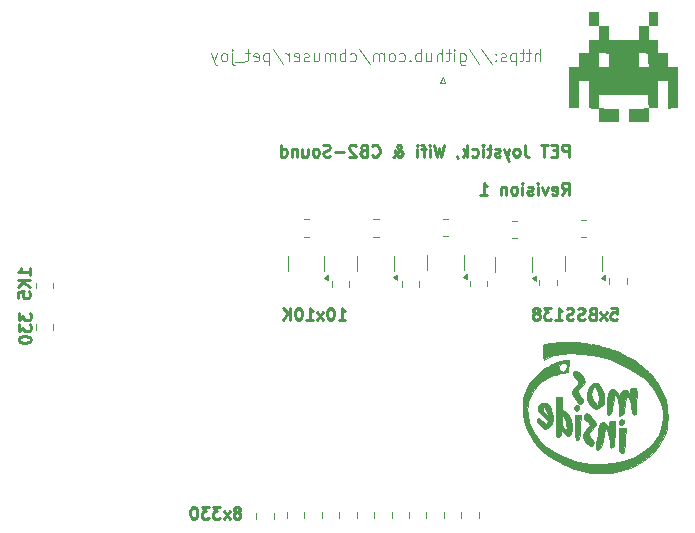
<source format=gbr>
%TF.GenerationSoftware,KiCad,Pcbnew,9.0.3-9.0.3-0~ubuntu24.10.1*%
%TF.CreationDate,2025-07-13T16:57:30+02:00*%
%TF.ProjectId,pet_joymate,7065745f-6a6f-4796-9d61-74652e6b6963,rev?*%
%TF.SameCoordinates,Original*%
%TF.FileFunction,Legend,Bot*%
%TF.FilePolarity,Positive*%
%FSLAX46Y46*%
G04 Gerber Fmt 4.6, Leading zero omitted, Abs format (unit mm)*
G04 Created by KiCad (PCBNEW 9.0.3-9.0.3-0~ubuntu24.10.1) date 2025-07-13 16:57:30*
%MOMM*%
%LPD*%
G01*
G04 APERTURE LIST*
%ADD10C,0.250000*%
%ADD11C,0.125000*%
%ADD12C,0.120000*%
%ADD13C,0.000000*%
%ADD14C,0.010000*%
G04 APERTURE END LIST*
D10*
X72014619Y-108282330D02*
X72014619Y-108901377D01*
X72014619Y-108901377D02*
X72395571Y-108568044D01*
X72395571Y-108568044D02*
X72395571Y-108710901D01*
X72395571Y-108710901D02*
X72443190Y-108806139D01*
X72443190Y-108806139D02*
X72490809Y-108853758D01*
X72490809Y-108853758D02*
X72586047Y-108901377D01*
X72586047Y-108901377D02*
X72824142Y-108901377D01*
X72824142Y-108901377D02*
X72919380Y-108853758D01*
X72919380Y-108853758D02*
X72967000Y-108806139D01*
X72967000Y-108806139D02*
X73014619Y-108710901D01*
X73014619Y-108710901D02*
X73014619Y-108425187D01*
X73014619Y-108425187D02*
X72967000Y-108329949D01*
X72967000Y-108329949D02*
X72919380Y-108282330D01*
X72014619Y-109234711D02*
X72014619Y-109853758D01*
X72014619Y-109853758D02*
X72395571Y-109520425D01*
X72395571Y-109520425D02*
X72395571Y-109663282D01*
X72395571Y-109663282D02*
X72443190Y-109758520D01*
X72443190Y-109758520D02*
X72490809Y-109806139D01*
X72490809Y-109806139D02*
X72586047Y-109853758D01*
X72586047Y-109853758D02*
X72824142Y-109853758D01*
X72824142Y-109853758D02*
X72919380Y-109806139D01*
X72919380Y-109806139D02*
X72967000Y-109758520D01*
X72967000Y-109758520D02*
X73014619Y-109663282D01*
X73014619Y-109663282D02*
X73014619Y-109377568D01*
X73014619Y-109377568D02*
X72967000Y-109282330D01*
X72967000Y-109282330D02*
X72919380Y-109234711D01*
X72014619Y-110472806D02*
X72014619Y-110568044D01*
X72014619Y-110568044D02*
X72062238Y-110663282D01*
X72062238Y-110663282D02*
X72109857Y-110710901D01*
X72109857Y-110710901D02*
X72205095Y-110758520D01*
X72205095Y-110758520D02*
X72395571Y-110806139D01*
X72395571Y-110806139D02*
X72633666Y-110806139D01*
X72633666Y-110806139D02*
X72824142Y-110758520D01*
X72824142Y-110758520D02*
X72919380Y-110710901D01*
X72919380Y-110710901D02*
X72967000Y-110663282D01*
X72967000Y-110663282D02*
X73014619Y-110568044D01*
X73014619Y-110568044D02*
X73014619Y-110472806D01*
X73014619Y-110472806D02*
X72967000Y-110377568D01*
X72967000Y-110377568D02*
X72919380Y-110329949D01*
X72919380Y-110329949D02*
X72824142Y-110282330D01*
X72824142Y-110282330D02*
X72633666Y-110234711D01*
X72633666Y-110234711D02*
X72395571Y-110234711D01*
X72395571Y-110234711D02*
X72205095Y-110282330D01*
X72205095Y-110282330D02*
X72109857Y-110329949D01*
X72109857Y-110329949D02*
X72062238Y-110377568D01*
X72062238Y-110377568D02*
X72014619Y-110472806D01*
D11*
X116129668Y-86971119D02*
X116129668Y-85971119D01*
X115701097Y-86971119D02*
X115701097Y-86447309D01*
X115701097Y-86447309D02*
X115748716Y-86352071D01*
X115748716Y-86352071D02*
X115843954Y-86304452D01*
X115843954Y-86304452D02*
X115986811Y-86304452D01*
X115986811Y-86304452D02*
X116082049Y-86352071D01*
X116082049Y-86352071D02*
X116129668Y-86399690D01*
X115367763Y-86304452D02*
X114986811Y-86304452D01*
X115224906Y-85971119D02*
X115224906Y-86828261D01*
X115224906Y-86828261D02*
X115177287Y-86923500D01*
X115177287Y-86923500D02*
X115082049Y-86971119D01*
X115082049Y-86971119D02*
X114986811Y-86971119D01*
X114796334Y-86304452D02*
X114415382Y-86304452D01*
X114653477Y-85971119D02*
X114653477Y-86828261D01*
X114653477Y-86828261D02*
X114605858Y-86923500D01*
X114605858Y-86923500D02*
X114510620Y-86971119D01*
X114510620Y-86971119D02*
X114415382Y-86971119D01*
X114082048Y-86304452D02*
X114082048Y-87304452D01*
X114082048Y-86352071D02*
X113986810Y-86304452D01*
X113986810Y-86304452D02*
X113796334Y-86304452D01*
X113796334Y-86304452D02*
X113701096Y-86352071D01*
X113701096Y-86352071D02*
X113653477Y-86399690D01*
X113653477Y-86399690D02*
X113605858Y-86494928D01*
X113605858Y-86494928D02*
X113605858Y-86780642D01*
X113605858Y-86780642D02*
X113653477Y-86875880D01*
X113653477Y-86875880D02*
X113701096Y-86923500D01*
X113701096Y-86923500D02*
X113796334Y-86971119D01*
X113796334Y-86971119D02*
X113986810Y-86971119D01*
X113986810Y-86971119D02*
X114082048Y-86923500D01*
X113224905Y-86923500D02*
X113129667Y-86971119D01*
X113129667Y-86971119D02*
X112939191Y-86971119D01*
X112939191Y-86971119D02*
X112843953Y-86923500D01*
X112843953Y-86923500D02*
X112796334Y-86828261D01*
X112796334Y-86828261D02*
X112796334Y-86780642D01*
X112796334Y-86780642D02*
X112843953Y-86685404D01*
X112843953Y-86685404D02*
X112939191Y-86637785D01*
X112939191Y-86637785D02*
X113082048Y-86637785D01*
X113082048Y-86637785D02*
X113177286Y-86590166D01*
X113177286Y-86590166D02*
X113224905Y-86494928D01*
X113224905Y-86494928D02*
X113224905Y-86447309D01*
X113224905Y-86447309D02*
X113177286Y-86352071D01*
X113177286Y-86352071D02*
X113082048Y-86304452D01*
X113082048Y-86304452D02*
X112939191Y-86304452D01*
X112939191Y-86304452D02*
X112843953Y-86352071D01*
X112367762Y-86875880D02*
X112320143Y-86923500D01*
X112320143Y-86923500D02*
X112367762Y-86971119D01*
X112367762Y-86971119D02*
X112415381Y-86923500D01*
X112415381Y-86923500D02*
X112367762Y-86875880D01*
X112367762Y-86875880D02*
X112367762Y-86971119D01*
X112367762Y-86352071D02*
X112320143Y-86399690D01*
X112320143Y-86399690D02*
X112367762Y-86447309D01*
X112367762Y-86447309D02*
X112415381Y-86399690D01*
X112415381Y-86399690D02*
X112367762Y-86352071D01*
X112367762Y-86352071D02*
X112367762Y-86447309D01*
X111177287Y-85923500D02*
X112034429Y-87209214D01*
X110129668Y-85923500D02*
X110986810Y-87209214D01*
X109367763Y-86304452D02*
X109367763Y-87113976D01*
X109367763Y-87113976D02*
X109415382Y-87209214D01*
X109415382Y-87209214D02*
X109463001Y-87256833D01*
X109463001Y-87256833D02*
X109558239Y-87304452D01*
X109558239Y-87304452D02*
X109701096Y-87304452D01*
X109701096Y-87304452D02*
X109796334Y-87256833D01*
X109367763Y-86923500D02*
X109463001Y-86971119D01*
X109463001Y-86971119D02*
X109653477Y-86971119D01*
X109653477Y-86971119D02*
X109748715Y-86923500D01*
X109748715Y-86923500D02*
X109796334Y-86875880D01*
X109796334Y-86875880D02*
X109843953Y-86780642D01*
X109843953Y-86780642D02*
X109843953Y-86494928D01*
X109843953Y-86494928D02*
X109796334Y-86399690D01*
X109796334Y-86399690D02*
X109748715Y-86352071D01*
X109748715Y-86352071D02*
X109653477Y-86304452D01*
X109653477Y-86304452D02*
X109463001Y-86304452D01*
X109463001Y-86304452D02*
X109367763Y-86352071D01*
X108891572Y-86971119D02*
X108891572Y-86304452D01*
X108891572Y-85971119D02*
X108939191Y-86018738D01*
X108939191Y-86018738D02*
X108891572Y-86066357D01*
X108891572Y-86066357D02*
X108843953Y-86018738D01*
X108843953Y-86018738D02*
X108891572Y-85971119D01*
X108891572Y-85971119D02*
X108891572Y-86066357D01*
X108558239Y-86304452D02*
X108177287Y-86304452D01*
X108415382Y-85971119D02*
X108415382Y-86828261D01*
X108415382Y-86828261D02*
X108367763Y-86923500D01*
X108367763Y-86923500D02*
X108272525Y-86971119D01*
X108272525Y-86971119D02*
X108177287Y-86971119D01*
X107843953Y-86971119D02*
X107843953Y-85971119D01*
X107415382Y-86971119D02*
X107415382Y-86447309D01*
X107415382Y-86447309D02*
X107463001Y-86352071D01*
X107463001Y-86352071D02*
X107558239Y-86304452D01*
X107558239Y-86304452D02*
X107701096Y-86304452D01*
X107701096Y-86304452D02*
X107796334Y-86352071D01*
X107796334Y-86352071D02*
X107843953Y-86399690D01*
X106510620Y-86304452D02*
X106510620Y-86971119D01*
X106939191Y-86304452D02*
X106939191Y-86828261D01*
X106939191Y-86828261D02*
X106891572Y-86923500D01*
X106891572Y-86923500D02*
X106796334Y-86971119D01*
X106796334Y-86971119D02*
X106653477Y-86971119D01*
X106653477Y-86971119D02*
X106558239Y-86923500D01*
X106558239Y-86923500D02*
X106510620Y-86875880D01*
X106034429Y-86971119D02*
X106034429Y-85971119D01*
X106034429Y-86352071D02*
X105939191Y-86304452D01*
X105939191Y-86304452D02*
X105748715Y-86304452D01*
X105748715Y-86304452D02*
X105653477Y-86352071D01*
X105653477Y-86352071D02*
X105605858Y-86399690D01*
X105605858Y-86399690D02*
X105558239Y-86494928D01*
X105558239Y-86494928D02*
X105558239Y-86780642D01*
X105558239Y-86780642D02*
X105605858Y-86875880D01*
X105605858Y-86875880D02*
X105653477Y-86923500D01*
X105653477Y-86923500D02*
X105748715Y-86971119D01*
X105748715Y-86971119D02*
X105939191Y-86971119D01*
X105939191Y-86971119D02*
X106034429Y-86923500D01*
X105129667Y-86875880D02*
X105082048Y-86923500D01*
X105082048Y-86923500D02*
X105129667Y-86971119D01*
X105129667Y-86971119D02*
X105177286Y-86923500D01*
X105177286Y-86923500D02*
X105129667Y-86875880D01*
X105129667Y-86875880D02*
X105129667Y-86971119D01*
X104224906Y-86923500D02*
X104320144Y-86971119D01*
X104320144Y-86971119D02*
X104510620Y-86971119D01*
X104510620Y-86971119D02*
X104605858Y-86923500D01*
X104605858Y-86923500D02*
X104653477Y-86875880D01*
X104653477Y-86875880D02*
X104701096Y-86780642D01*
X104701096Y-86780642D02*
X104701096Y-86494928D01*
X104701096Y-86494928D02*
X104653477Y-86399690D01*
X104653477Y-86399690D02*
X104605858Y-86352071D01*
X104605858Y-86352071D02*
X104510620Y-86304452D01*
X104510620Y-86304452D02*
X104320144Y-86304452D01*
X104320144Y-86304452D02*
X104224906Y-86352071D01*
X103653477Y-86971119D02*
X103748715Y-86923500D01*
X103748715Y-86923500D02*
X103796334Y-86875880D01*
X103796334Y-86875880D02*
X103843953Y-86780642D01*
X103843953Y-86780642D02*
X103843953Y-86494928D01*
X103843953Y-86494928D02*
X103796334Y-86399690D01*
X103796334Y-86399690D02*
X103748715Y-86352071D01*
X103748715Y-86352071D02*
X103653477Y-86304452D01*
X103653477Y-86304452D02*
X103510620Y-86304452D01*
X103510620Y-86304452D02*
X103415382Y-86352071D01*
X103415382Y-86352071D02*
X103367763Y-86399690D01*
X103367763Y-86399690D02*
X103320144Y-86494928D01*
X103320144Y-86494928D02*
X103320144Y-86780642D01*
X103320144Y-86780642D02*
X103367763Y-86875880D01*
X103367763Y-86875880D02*
X103415382Y-86923500D01*
X103415382Y-86923500D02*
X103510620Y-86971119D01*
X103510620Y-86971119D02*
X103653477Y-86971119D01*
X102891572Y-86971119D02*
X102891572Y-86304452D01*
X102891572Y-86399690D02*
X102843953Y-86352071D01*
X102843953Y-86352071D02*
X102748715Y-86304452D01*
X102748715Y-86304452D02*
X102605858Y-86304452D01*
X102605858Y-86304452D02*
X102510620Y-86352071D01*
X102510620Y-86352071D02*
X102463001Y-86447309D01*
X102463001Y-86447309D02*
X102463001Y-86971119D01*
X102463001Y-86447309D02*
X102415382Y-86352071D01*
X102415382Y-86352071D02*
X102320144Y-86304452D01*
X102320144Y-86304452D02*
X102177287Y-86304452D01*
X102177287Y-86304452D02*
X102082048Y-86352071D01*
X102082048Y-86352071D02*
X102034429Y-86447309D01*
X102034429Y-86447309D02*
X102034429Y-86971119D01*
X100843954Y-85923500D02*
X101701096Y-87209214D01*
X100082049Y-86923500D02*
X100177287Y-86971119D01*
X100177287Y-86971119D02*
X100367763Y-86971119D01*
X100367763Y-86971119D02*
X100463001Y-86923500D01*
X100463001Y-86923500D02*
X100510620Y-86875880D01*
X100510620Y-86875880D02*
X100558239Y-86780642D01*
X100558239Y-86780642D02*
X100558239Y-86494928D01*
X100558239Y-86494928D02*
X100510620Y-86399690D01*
X100510620Y-86399690D02*
X100463001Y-86352071D01*
X100463001Y-86352071D02*
X100367763Y-86304452D01*
X100367763Y-86304452D02*
X100177287Y-86304452D01*
X100177287Y-86304452D02*
X100082049Y-86352071D01*
X99653477Y-86971119D02*
X99653477Y-85971119D01*
X99653477Y-86352071D02*
X99558239Y-86304452D01*
X99558239Y-86304452D02*
X99367763Y-86304452D01*
X99367763Y-86304452D02*
X99272525Y-86352071D01*
X99272525Y-86352071D02*
X99224906Y-86399690D01*
X99224906Y-86399690D02*
X99177287Y-86494928D01*
X99177287Y-86494928D02*
X99177287Y-86780642D01*
X99177287Y-86780642D02*
X99224906Y-86875880D01*
X99224906Y-86875880D02*
X99272525Y-86923500D01*
X99272525Y-86923500D02*
X99367763Y-86971119D01*
X99367763Y-86971119D02*
X99558239Y-86971119D01*
X99558239Y-86971119D02*
X99653477Y-86923500D01*
X98748715Y-86971119D02*
X98748715Y-86304452D01*
X98748715Y-86399690D02*
X98701096Y-86352071D01*
X98701096Y-86352071D02*
X98605858Y-86304452D01*
X98605858Y-86304452D02*
X98463001Y-86304452D01*
X98463001Y-86304452D02*
X98367763Y-86352071D01*
X98367763Y-86352071D02*
X98320144Y-86447309D01*
X98320144Y-86447309D02*
X98320144Y-86971119D01*
X98320144Y-86447309D02*
X98272525Y-86352071D01*
X98272525Y-86352071D02*
X98177287Y-86304452D01*
X98177287Y-86304452D02*
X98034430Y-86304452D01*
X98034430Y-86304452D02*
X97939191Y-86352071D01*
X97939191Y-86352071D02*
X97891572Y-86447309D01*
X97891572Y-86447309D02*
X97891572Y-86971119D01*
X96986811Y-86304452D02*
X96986811Y-86971119D01*
X97415382Y-86304452D02*
X97415382Y-86828261D01*
X97415382Y-86828261D02*
X97367763Y-86923500D01*
X97367763Y-86923500D02*
X97272525Y-86971119D01*
X97272525Y-86971119D02*
X97129668Y-86971119D01*
X97129668Y-86971119D02*
X97034430Y-86923500D01*
X97034430Y-86923500D02*
X96986811Y-86875880D01*
X96558239Y-86923500D02*
X96463001Y-86971119D01*
X96463001Y-86971119D02*
X96272525Y-86971119D01*
X96272525Y-86971119D02*
X96177287Y-86923500D01*
X96177287Y-86923500D02*
X96129668Y-86828261D01*
X96129668Y-86828261D02*
X96129668Y-86780642D01*
X96129668Y-86780642D02*
X96177287Y-86685404D01*
X96177287Y-86685404D02*
X96272525Y-86637785D01*
X96272525Y-86637785D02*
X96415382Y-86637785D01*
X96415382Y-86637785D02*
X96510620Y-86590166D01*
X96510620Y-86590166D02*
X96558239Y-86494928D01*
X96558239Y-86494928D02*
X96558239Y-86447309D01*
X96558239Y-86447309D02*
X96510620Y-86352071D01*
X96510620Y-86352071D02*
X96415382Y-86304452D01*
X96415382Y-86304452D02*
X96272525Y-86304452D01*
X96272525Y-86304452D02*
X96177287Y-86352071D01*
X95320144Y-86923500D02*
X95415382Y-86971119D01*
X95415382Y-86971119D02*
X95605858Y-86971119D01*
X95605858Y-86971119D02*
X95701096Y-86923500D01*
X95701096Y-86923500D02*
X95748715Y-86828261D01*
X95748715Y-86828261D02*
X95748715Y-86447309D01*
X95748715Y-86447309D02*
X95701096Y-86352071D01*
X95701096Y-86352071D02*
X95605858Y-86304452D01*
X95605858Y-86304452D02*
X95415382Y-86304452D01*
X95415382Y-86304452D02*
X95320144Y-86352071D01*
X95320144Y-86352071D02*
X95272525Y-86447309D01*
X95272525Y-86447309D02*
X95272525Y-86542547D01*
X95272525Y-86542547D02*
X95748715Y-86637785D01*
X94843953Y-86971119D02*
X94843953Y-86304452D01*
X94843953Y-86494928D02*
X94796334Y-86399690D01*
X94796334Y-86399690D02*
X94748715Y-86352071D01*
X94748715Y-86352071D02*
X94653477Y-86304452D01*
X94653477Y-86304452D02*
X94558239Y-86304452D01*
X93510620Y-85923500D02*
X94367762Y-87209214D01*
X93177286Y-86304452D02*
X93177286Y-87304452D01*
X93177286Y-86352071D02*
X93082048Y-86304452D01*
X93082048Y-86304452D02*
X92891572Y-86304452D01*
X92891572Y-86304452D02*
X92796334Y-86352071D01*
X92796334Y-86352071D02*
X92748715Y-86399690D01*
X92748715Y-86399690D02*
X92701096Y-86494928D01*
X92701096Y-86494928D02*
X92701096Y-86780642D01*
X92701096Y-86780642D02*
X92748715Y-86875880D01*
X92748715Y-86875880D02*
X92796334Y-86923500D01*
X92796334Y-86923500D02*
X92891572Y-86971119D01*
X92891572Y-86971119D02*
X93082048Y-86971119D01*
X93082048Y-86971119D02*
X93177286Y-86923500D01*
X91891572Y-86923500D02*
X91986810Y-86971119D01*
X91986810Y-86971119D02*
X92177286Y-86971119D01*
X92177286Y-86971119D02*
X92272524Y-86923500D01*
X92272524Y-86923500D02*
X92320143Y-86828261D01*
X92320143Y-86828261D02*
X92320143Y-86447309D01*
X92320143Y-86447309D02*
X92272524Y-86352071D01*
X92272524Y-86352071D02*
X92177286Y-86304452D01*
X92177286Y-86304452D02*
X91986810Y-86304452D01*
X91986810Y-86304452D02*
X91891572Y-86352071D01*
X91891572Y-86352071D02*
X91843953Y-86447309D01*
X91843953Y-86447309D02*
X91843953Y-86542547D01*
X91843953Y-86542547D02*
X92320143Y-86637785D01*
X91558238Y-86304452D02*
X91177286Y-86304452D01*
X91415381Y-85971119D02*
X91415381Y-86828261D01*
X91415381Y-86828261D02*
X91367762Y-86923500D01*
X91367762Y-86923500D02*
X91272524Y-86971119D01*
X91272524Y-86971119D02*
X91177286Y-86971119D01*
X91082048Y-87066357D02*
X90320143Y-87066357D01*
X90082047Y-86304452D02*
X90082047Y-87161595D01*
X90082047Y-87161595D02*
X90129666Y-87256833D01*
X90129666Y-87256833D02*
X90224904Y-87304452D01*
X90224904Y-87304452D02*
X90272523Y-87304452D01*
X90082047Y-85971119D02*
X90129666Y-86018738D01*
X90129666Y-86018738D02*
X90082047Y-86066357D01*
X90082047Y-86066357D02*
X90034428Y-86018738D01*
X90034428Y-86018738D02*
X90082047Y-85971119D01*
X90082047Y-85971119D02*
X90082047Y-86066357D01*
X89463000Y-86971119D02*
X89558238Y-86923500D01*
X89558238Y-86923500D02*
X89605857Y-86875880D01*
X89605857Y-86875880D02*
X89653476Y-86780642D01*
X89653476Y-86780642D02*
X89653476Y-86494928D01*
X89653476Y-86494928D02*
X89605857Y-86399690D01*
X89605857Y-86399690D02*
X89558238Y-86352071D01*
X89558238Y-86352071D02*
X89463000Y-86304452D01*
X89463000Y-86304452D02*
X89320143Y-86304452D01*
X89320143Y-86304452D02*
X89224905Y-86352071D01*
X89224905Y-86352071D02*
X89177286Y-86399690D01*
X89177286Y-86399690D02*
X89129667Y-86494928D01*
X89129667Y-86494928D02*
X89129667Y-86780642D01*
X89129667Y-86780642D02*
X89177286Y-86875880D01*
X89177286Y-86875880D02*
X89224905Y-86923500D01*
X89224905Y-86923500D02*
X89320143Y-86971119D01*
X89320143Y-86971119D02*
X89463000Y-86971119D01*
X88796333Y-86304452D02*
X88558238Y-86971119D01*
X88320143Y-86304452D02*
X88558238Y-86971119D01*
X88558238Y-86971119D02*
X88653476Y-87209214D01*
X88653476Y-87209214D02*
X88701095Y-87256833D01*
X88701095Y-87256833D02*
X88796333Y-87304452D01*
D10*
X118547431Y-95044731D02*
X118547431Y-94044731D01*
X118547431Y-94044731D02*
X118166479Y-94044731D01*
X118166479Y-94044731D02*
X118071241Y-94092350D01*
X118071241Y-94092350D02*
X118023622Y-94139969D01*
X118023622Y-94139969D02*
X117976003Y-94235207D01*
X117976003Y-94235207D02*
X117976003Y-94378064D01*
X117976003Y-94378064D02*
X118023622Y-94473302D01*
X118023622Y-94473302D02*
X118071241Y-94520921D01*
X118071241Y-94520921D02*
X118166479Y-94568540D01*
X118166479Y-94568540D02*
X118547431Y-94568540D01*
X117547431Y-94520921D02*
X117214098Y-94520921D01*
X117071241Y-95044731D02*
X117547431Y-95044731D01*
X117547431Y-95044731D02*
X117547431Y-94044731D01*
X117547431Y-94044731D02*
X117071241Y-94044731D01*
X116785526Y-94044731D02*
X116214098Y-94044731D01*
X116499812Y-95044731D02*
X116499812Y-94044731D01*
X114833145Y-94044731D02*
X114833145Y-94759016D01*
X114833145Y-94759016D02*
X114880764Y-94901873D01*
X114880764Y-94901873D02*
X114976002Y-94997112D01*
X114976002Y-94997112D02*
X115118859Y-95044731D01*
X115118859Y-95044731D02*
X115214097Y-95044731D01*
X114214097Y-95044731D02*
X114309335Y-94997112D01*
X114309335Y-94997112D02*
X114356954Y-94949492D01*
X114356954Y-94949492D02*
X114404573Y-94854254D01*
X114404573Y-94854254D02*
X114404573Y-94568540D01*
X114404573Y-94568540D02*
X114356954Y-94473302D01*
X114356954Y-94473302D02*
X114309335Y-94425683D01*
X114309335Y-94425683D02*
X114214097Y-94378064D01*
X114214097Y-94378064D02*
X114071240Y-94378064D01*
X114071240Y-94378064D02*
X113976002Y-94425683D01*
X113976002Y-94425683D02*
X113928383Y-94473302D01*
X113928383Y-94473302D02*
X113880764Y-94568540D01*
X113880764Y-94568540D02*
X113880764Y-94854254D01*
X113880764Y-94854254D02*
X113928383Y-94949492D01*
X113928383Y-94949492D02*
X113976002Y-94997112D01*
X113976002Y-94997112D02*
X114071240Y-95044731D01*
X114071240Y-95044731D02*
X114214097Y-95044731D01*
X113547430Y-94378064D02*
X113309335Y-95044731D01*
X113071240Y-94378064D02*
X113309335Y-95044731D01*
X113309335Y-95044731D02*
X113404573Y-95282826D01*
X113404573Y-95282826D02*
X113452192Y-95330445D01*
X113452192Y-95330445D02*
X113547430Y-95378064D01*
X112737906Y-94997112D02*
X112642668Y-95044731D01*
X112642668Y-95044731D02*
X112452192Y-95044731D01*
X112452192Y-95044731D02*
X112356954Y-94997112D01*
X112356954Y-94997112D02*
X112309335Y-94901873D01*
X112309335Y-94901873D02*
X112309335Y-94854254D01*
X112309335Y-94854254D02*
X112356954Y-94759016D01*
X112356954Y-94759016D02*
X112452192Y-94711397D01*
X112452192Y-94711397D02*
X112595049Y-94711397D01*
X112595049Y-94711397D02*
X112690287Y-94663778D01*
X112690287Y-94663778D02*
X112737906Y-94568540D01*
X112737906Y-94568540D02*
X112737906Y-94520921D01*
X112737906Y-94520921D02*
X112690287Y-94425683D01*
X112690287Y-94425683D02*
X112595049Y-94378064D01*
X112595049Y-94378064D02*
X112452192Y-94378064D01*
X112452192Y-94378064D02*
X112356954Y-94425683D01*
X112023620Y-94378064D02*
X111642668Y-94378064D01*
X111880763Y-94044731D02*
X111880763Y-94901873D01*
X111880763Y-94901873D02*
X111833144Y-94997112D01*
X111833144Y-94997112D02*
X111737906Y-95044731D01*
X111737906Y-95044731D02*
X111642668Y-95044731D01*
X111309334Y-95044731D02*
X111309334Y-94378064D01*
X111309334Y-94044731D02*
X111356953Y-94092350D01*
X111356953Y-94092350D02*
X111309334Y-94139969D01*
X111309334Y-94139969D02*
X111261715Y-94092350D01*
X111261715Y-94092350D02*
X111309334Y-94044731D01*
X111309334Y-94044731D02*
X111309334Y-94139969D01*
X110404573Y-94997112D02*
X110499811Y-95044731D01*
X110499811Y-95044731D02*
X110690287Y-95044731D01*
X110690287Y-95044731D02*
X110785525Y-94997112D01*
X110785525Y-94997112D02*
X110833144Y-94949492D01*
X110833144Y-94949492D02*
X110880763Y-94854254D01*
X110880763Y-94854254D02*
X110880763Y-94568540D01*
X110880763Y-94568540D02*
X110833144Y-94473302D01*
X110833144Y-94473302D02*
X110785525Y-94425683D01*
X110785525Y-94425683D02*
X110690287Y-94378064D01*
X110690287Y-94378064D02*
X110499811Y-94378064D01*
X110499811Y-94378064D02*
X110404573Y-94425683D01*
X109976001Y-95044731D02*
X109976001Y-94044731D01*
X109880763Y-94663778D02*
X109595049Y-95044731D01*
X109595049Y-94378064D02*
X109976001Y-94759016D01*
X109118858Y-94997112D02*
X109118858Y-95044731D01*
X109118858Y-95044731D02*
X109166477Y-95139969D01*
X109166477Y-95139969D02*
X109214096Y-95187588D01*
X108023620Y-94044731D02*
X107785525Y-95044731D01*
X107785525Y-95044731D02*
X107595049Y-94330445D01*
X107595049Y-94330445D02*
X107404573Y-95044731D01*
X107404573Y-95044731D02*
X107166478Y-94044731D01*
X106785525Y-95044731D02*
X106785525Y-94378064D01*
X106785525Y-94044731D02*
X106833144Y-94092350D01*
X106833144Y-94092350D02*
X106785525Y-94139969D01*
X106785525Y-94139969D02*
X106737906Y-94092350D01*
X106737906Y-94092350D02*
X106785525Y-94044731D01*
X106785525Y-94044731D02*
X106785525Y-94139969D01*
X106452192Y-94378064D02*
X106071240Y-94378064D01*
X106309335Y-95044731D02*
X106309335Y-94187588D01*
X106309335Y-94187588D02*
X106261716Y-94092350D01*
X106261716Y-94092350D02*
X106166478Y-94044731D01*
X106166478Y-94044731D02*
X106071240Y-94044731D01*
X105737906Y-95044731D02*
X105737906Y-94378064D01*
X105737906Y-94044731D02*
X105785525Y-94092350D01*
X105785525Y-94092350D02*
X105737906Y-94139969D01*
X105737906Y-94139969D02*
X105690287Y-94092350D01*
X105690287Y-94092350D02*
X105737906Y-94044731D01*
X105737906Y-94044731D02*
X105737906Y-94139969D01*
X103690287Y-95044731D02*
X103737907Y-95044731D01*
X103737907Y-95044731D02*
X103833145Y-94997112D01*
X103833145Y-94997112D02*
X103976002Y-94854254D01*
X103976002Y-94854254D02*
X104214097Y-94568540D01*
X104214097Y-94568540D02*
X104309335Y-94425683D01*
X104309335Y-94425683D02*
X104356954Y-94282826D01*
X104356954Y-94282826D02*
X104356954Y-94187588D01*
X104356954Y-94187588D02*
X104309335Y-94092350D01*
X104309335Y-94092350D02*
X104214097Y-94044731D01*
X104214097Y-94044731D02*
X104166478Y-94044731D01*
X104166478Y-94044731D02*
X104071240Y-94092350D01*
X104071240Y-94092350D02*
X104023621Y-94187588D01*
X104023621Y-94187588D02*
X104023621Y-94235207D01*
X104023621Y-94235207D02*
X104071240Y-94330445D01*
X104071240Y-94330445D02*
X104118859Y-94378064D01*
X104118859Y-94378064D02*
X104404573Y-94568540D01*
X104404573Y-94568540D02*
X104452192Y-94616159D01*
X104452192Y-94616159D02*
X104499811Y-94711397D01*
X104499811Y-94711397D02*
X104499811Y-94854254D01*
X104499811Y-94854254D02*
X104452192Y-94949492D01*
X104452192Y-94949492D02*
X104404573Y-94997112D01*
X104404573Y-94997112D02*
X104309335Y-95044731D01*
X104309335Y-95044731D02*
X104166478Y-95044731D01*
X104166478Y-95044731D02*
X104071240Y-94997112D01*
X104071240Y-94997112D02*
X104023621Y-94949492D01*
X104023621Y-94949492D02*
X103880764Y-94759016D01*
X103880764Y-94759016D02*
X103833145Y-94616159D01*
X103833145Y-94616159D02*
X103833145Y-94520921D01*
X101928383Y-94949492D02*
X101976002Y-94997112D01*
X101976002Y-94997112D02*
X102118859Y-95044731D01*
X102118859Y-95044731D02*
X102214097Y-95044731D01*
X102214097Y-95044731D02*
X102356954Y-94997112D01*
X102356954Y-94997112D02*
X102452192Y-94901873D01*
X102452192Y-94901873D02*
X102499811Y-94806635D01*
X102499811Y-94806635D02*
X102547430Y-94616159D01*
X102547430Y-94616159D02*
X102547430Y-94473302D01*
X102547430Y-94473302D02*
X102499811Y-94282826D01*
X102499811Y-94282826D02*
X102452192Y-94187588D01*
X102452192Y-94187588D02*
X102356954Y-94092350D01*
X102356954Y-94092350D02*
X102214097Y-94044731D01*
X102214097Y-94044731D02*
X102118859Y-94044731D01*
X102118859Y-94044731D02*
X101976002Y-94092350D01*
X101976002Y-94092350D02*
X101928383Y-94139969D01*
X101166478Y-94520921D02*
X101023621Y-94568540D01*
X101023621Y-94568540D02*
X100976002Y-94616159D01*
X100976002Y-94616159D02*
X100928383Y-94711397D01*
X100928383Y-94711397D02*
X100928383Y-94854254D01*
X100928383Y-94854254D02*
X100976002Y-94949492D01*
X100976002Y-94949492D02*
X101023621Y-94997112D01*
X101023621Y-94997112D02*
X101118859Y-95044731D01*
X101118859Y-95044731D02*
X101499811Y-95044731D01*
X101499811Y-95044731D02*
X101499811Y-94044731D01*
X101499811Y-94044731D02*
X101166478Y-94044731D01*
X101166478Y-94044731D02*
X101071240Y-94092350D01*
X101071240Y-94092350D02*
X101023621Y-94139969D01*
X101023621Y-94139969D02*
X100976002Y-94235207D01*
X100976002Y-94235207D02*
X100976002Y-94330445D01*
X100976002Y-94330445D02*
X101023621Y-94425683D01*
X101023621Y-94425683D02*
X101071240Y-94473302D01*
X101071240Y-94473302D02*
X101166478Y-94520921D01*
X101166478Y-94520921D02*
X101499811Y-94520921D01*
X100547430Y-94139969D02*
X100499811Y-94092350D01*
X100499811Y-94092350D02*
X100404573Y-94044731D01*
X100404573Y-94044731D02*
X100166478Y-94044731D01*
X100166478Y-94044731D02*
X100071240Y-94092350D01*
X100071240Y-94092350D02*
X100023621Y-94139969D01*
X100023621Y-94139969D02*
X99976002Y-94235207D01*
X99976002Y-94235207D02*
X99976002Y-94330445D01*
X99976002Y-94330445D02*
X100023621Y-94473302D01*
X100023621Y-94473302D02*
X100595049Y-95044731D01*
X100595049Y-95044731D02*
X99976002Y-95044731D01*
X99547430Y-94663778D02*
X98785526Y-94663778D01*
X98356954Y-94997112D02*
X98214097Y-95044731D01*
X98214097Y-95044731D02*
X97976002Y-95044731D01*
X97976002Y-95044731D02*
X97880764Y-94997112D01*
X97880764Y-94997112D02*
X97833145Y-94949492D01*
X97833145Y-94949492D02*
X97785526Y-94854254D01*
X97785526Y-94854254D02*
X97785526Y-94759016D01*
X97785526Y-94759016D02*
X97833145Y-94663778D01*
X97833145Y-94663778D02*
X97880764Y-94616159D01*
X97880764Y-94616159D02*
X97976002Y-94568540D01*
X97976002Y-94568540D02*
X98166478Y-94520921D01*
X98166478Y-94520921D02*
X98261716Y-94473302D01*
X98261716Y-94473302D02*
X98309335Y-94425683D01*
X98309335Y-94425683D02*
X98356954Y-94330445D01*
X98356954Y-94330445D02*
X98356954Y-94235207D01*
X98356954Y-94235207D02*
X98309335Y-94139969D01*
X98309335Y-94139969D02*
X98261716Y-94092350D01*
X98261716Y-94092350D02*
X98166478Y-94044731D01*
X98166478Y-94044731D02*
X97928383Y-94044731D01*
X97928383Y-94044731D02*
X97785526Y-94092350D01*
X97214097Y-95044731D02*
X97309335Y-94997112D01*
X97309335Y-94997112D02*
X97356954Y-94949492D01*
X97356954Y-94949492D02*
X97404573Y-94854254D01*
X97404573Y-94854254D02*
X97404573Y-94568540D01*
X97404573Y-94568540D02*
X97356954Y-94473302D01*
X97356954Y-94473302D02*
X97309335Y-94425683D01*
X97309335Y-94425683D02*
X97214097Y-94378064D01*
X97214097Y-94378064D02*
X97071240Y-94378064D01*
X97071240Y-94378064D02*
X96976002Y-94425683D01*
X96976002Y-94425683D02*
X96928383Y-94473302D01*
X96928383Y-94473302D02*
X96880764Y-94568540D01*
X96880764Y-94568540D02*
X96880764Y-94854254D01*
X96880764Y-94854254D02*
X96928383Y-94949492D01*
X96928383Y-94949492D02*
X96976002Y-94997112D01*
X96976002Y-94997112D02*
X97071240Y-95044731D01*
X97071240Y-95044731D02*
X97214097Y-95044731D01*
X96023621Y-94378064D02*
X96023621Y-95044731D01*
X96452192Y-94378064D02*
X96452192Y-94901873D01*
X96452192Y-94901873D02*
X96404573Y-94997112D01*
X96404573Y-94997112D02*
X96309335Y-95044731D01*
X96309335Y-95044731D02*
X96166478Y-95044731D01*
X96166478Y-95044731D02*
X96071240Y-94997112D01*
X96071240Y-94997112D02*
X96023621Y-94949492D01*
X95547430Y-94378064D02*
X95547430Y-95044731D01*
X95547430Y-94473302D02*
X95499811Y-94425683D01*
X95499811Y-94425683D02*
X95404573Y-94378064D01*
X95404573Y-94378064D02*
X95261716Y-94378064D01*
X95261716Y-94378064D02*
X95166478Y-94425683D01*
X95166478Y-94425683D02*
X95118859Y-94520921D01*
X95118859Y-94520921D02*
X95118859Y-95044731D01*
X94214097Y-95044731D02*
X94214097Y-94044731D01*
X94214097Y-94997112D02*
X94309335Y-95044731D01*
X94309335Y-95044731D02*
X94499811Y-95044731D01*
X94499811Y-95044731D02*
X94595049Y-94997112D01*
X94595049Y-94997112D02*
X94642668Y-94949492D01*
X94642668Y-94949492D02*
X94690287Y-94854254D01*
X94690287Y-94854254D02*
X94690287Y-94568540D01*
X94690287Y-94568540D02*
X94642668Y-94473302D01*
X94642668Y-94473302D02*
X94595049Y-94425683D01*
X94595049Y-94425683D02*
X94499811Y-94378064D01*
X94499811Y-94378064D02*
X94309335Y-94378064D01*
X94309335Y-94378064D02*
X94214097Y-94425683D01*
X117976003Y-98264619D02*
X118309336Y-97788428D01*
X118547431Y-98264619D02*
X118547431Y-97264619D01*
X118547431Y-97264619D02*
X118166479Y-97264619D01*
X118166479Y-97264619D02*
X118071241Y-97312238D01*
X118071241Y-97312238D02*
X118023622Y-97359857D01*
X118023622Y-97359857D02*
X117976003Y-97455095D01*
X117976003Y-97455095D02*
X117976003Y-97597952D01*
X117976003Y-97597952D02*
X118023622Y-97693190D01*
X118023622Y-97693190D02*
X118071241Y-97740809D01*
X118071241Y-97740809D02*
X118166479Y-97788428D01*
X118166479Y-97788428D02*
X118547431Y-97788428D01*
X117166479Y-98217000D02*
X117261717Y-98264619D01*
X117261717Y-98264619D02*
X117452193Y-98264619D01*
X117452193Y-98264619D02*
X117547431Y-98217000D01*
X117547431Y-98217000D02*
X117595050Y-98121761D01*
X117595050Y-98121761D02*
X117595050Y-97740809D01*
X117595050Y-97740809D02*
X117547431Y-97645571D01*
X117547431Y-97645571D02*
X117452193Y-97597952D01*
X117452193Y-97597952D02*
X117261717Y-97597952D01*
X117261717Y-97597952D02*
X117166479Y-97645571D01*
X117166479Y-97645571D02*
X117118860Y-97740809D01*
X117118860Y-97740809D02*
X117118860Y-97836047D01*
X117118860Y-97836047D02*
X117595050Y-97931285D01*
X116785526Y-97597952D02*
X116547431Y-98264619D01*
X116547431Y-98264619D02*
X116309336Y-97597952D01*
X115928383Y-98264619D02*
X115928383Y-97597952D01*
X115928383Y-97264619D02*
X115976002Y-97312238D01*
X115976002Y-97312238D02*
X115928383Y-97359857D01*
X115928383Y-97359857D02*
X115880764Y-97312238D01*
X115880764Y-97312238D02*
X115928383Y-97264619D01*
X115928383Y-97264619D02*
X115928383Y-97359857D01*
X115499812Y-98217000D02*
X115404574Y-98264619D01*
X115404574Y-98264619D02*
X115214098Y-98264619D01*
X115214098Y-98264619D02*
X115118860Y-98217000D01*
X115118860Y-98217000D02*
X115071241Y-98121761D01*
X115071241Y-98121761D02*
X115071241Y-98074142D01*
X115071241Y-98074142D02*
X115118860Y-97978904D01*
X115118860Y-97978904D02*
X115214098Y-97931285D01*
X115214098Y-97931285D02*
X115356955Y-97931285D01*
X115356955Y-97931285D02*
X115452193Y-97883666D01*
X115452193Y-97883666D02*
X115499812Y-97788428D01*
X115499812Y-97788428D02*
X115499812Y-97740809D01*
X115499812Y-97740809D02*
X115452193Y-97645571D01*
X115452193Y-97645571D02*
X115356955Y-97597952D01*
X115356955Y-97597952D02*
X115214098Y-97597952D01*
X115214098Y-97597952D02*
X115118860Y-97645571D01*
X114642669Y-98264619D02*
X114642669Y-97597952D01*
X114642669Y-97264619D02*
X114690288Y-97312238D01*
X114690288Y-97312238D02*
X114642669Y-97359857D01*
X114642669Y-97359857D02*
X114595050Y-97312238D01*
X114595050Y-97312238D02*
X114642669Y-97264619D01*
X114642669Y-97264619D02*
X114642669Y-97359857D01*
X114023622Y-98264619D02*
X114118860Y-98217000D01*
X114118860Y-98217000D02*
X114166479Y-98169380D01*
X114166479Y-98169380D02*
X114214098Y-98074142D01*
X114214098Y-98074142D02*
X114214098Y-97788428D01*
X114214098Y-97788428D02*
X114166479Y-97693190D01*
X114166479Y-97693190D02*
X114118860Y-97645571D01*
X114118860Y-97645571D02*
X114023622Y-97597952D01*
X114023622Y-97597952D02*
X113880765Y-97597952D01*
X113880765Y-97597952D02*
X113785527Y-97645571D01*
X113785527Y-97645571D02*
X113737908Y-97693190D01*
X113737908Y-97693190D02*
X113690289Y-97788428D01*
X113690289Y-97788428D02*
X113690289Y-98074142D01*
X113690289Y-98074142D02*
X113737908Y-98169380D01*
X113737908Y-98169380D02*
X113785527Y-98217000D01*
X113785527Y-98217000D02*
X113880765Y-98264619D01*
X113880765Y-98264619D02*
X114023622Y-98264619D01*
X113261717Y-97597952D02*
X113261717Y-98264619D01*
X113261717Y-97693190D02*
X113214098Y-97645571D01*
X113214098Y-97645571D02*
X113118860Y-97597952D01*
X113118860Y-97597952D02*
X112976003Y-97597952D01*
X112976003Y-97597952D02*
X112880765Y-97645571D01*
X112880765Y-97645571D02*
X112833146Y-97740809D01*
X112833146Y-97740809D02*
X112833146Y-98264619D01*
X111071241Y-98264619D02*
X111642669Y-98264619D01*
X111356955Y-98264619D02*
X111356955Y-97264619D01*
X111356955Y-97264619D02*
X111452193Y-97407476D01*
X111452193Y-97407476D02*
X111547431Y-97502714D01*
X111547431Y-97502714D02*
X111642669Y-97550333D01*
X72939619Y-105076377D02*
X72939619Y-104504949D01*
X72939619Y-104790663D02*
X71939619Y-104790663D01*
X71939619Y-104790663D02*
X72082476Y-104695425D01*
X72082476Y-104695425D02*
X72177714Y-104600187D01*
X72177714Y-104600187D02*
X72225333Y-104504949D01*
X72939619Y-105504949D02*
X71939619Y-105504949D01*
X72939619Y-106076377D02*
X72368190Y-105647806D01*
X71939619Y-106076377D02*
X72511047Y-105504949D01*
X71939619Y-106981139D02*
X71939619Y-106504949D01*
X71939619Y-106504949D02*
X72415809Y-106457330D01*
X72415809Y-106457330D02*
X72368190Y-106504949D01*
X72368190Y-106504949D02*
X72320571Y-106600187D01*
X72320571Y-106600187D02*
X72320571Y-106838282D01*
X72320571Y-106838282D02*
X72368190Y-106933520D01*
X72368190Y-106933520D02*
X72415809Y-106981139D01*
X72415809Y-106981139D02*
X72511047Y-107028758D01*
X72511047Y-107028758D02*
X72749142Y-107028758D01*
X72749142Y-107028758D02*
X72844380Y-106981139D01*
X72844380Y-106981139D02*
X72892000Y-106933520D01*
X72892000Y-106933520D02*
X72939619Y-106838282D01*
X72939619Y-106838282D02*
X72939619Y-106600187D01*
X72939619Y-106600187D02*
X72892000Y-106504949D01*
X72892000Y-106504949D02*
X72844380Y-106457330D01*
X122146241Y-107864619D02*
X122622431Y-107864619D01*
X122622431Y-107864619D02*
X122670050Y-108340809D01*
X122670050Y-108340809D02*
X122622431Y-108293190D01*
X122622431Y-108293190D02*
X122527193Y-108245571D01*
X122527193Y-108245571D02*
X122289098Y-108245571D01*
X122289098Y-108245571D02*
X122193860Y-108293190D01*
X122193860Y-108293190D02*
X122146241Y-108340809D01*
X122146241Y-108340809D02*
X122098622Y-108436047D01*
X122098622Y-108436047D02*
X122098622Y-108674142D01*
X122098622Y-108674142D02*
X122146241Y-108769380D01*
X122146241Y-108769380D02*
X122193860Y-108817000D01*
X122193860Y-108817000D02*
X122289098Y-108864619D01*
X122289098Y-108864619D02*
X122527193Y-108864619D01*
X122527193Y-108864619D02*
X122622431Y-108817000D01*
X122622431Y-108817000D02*
X122670050Y-108769380D01*
X121765288Y-108864619D02*
X121241479Y-108197952D01*
X121765288Y-108197952D02*
X121241479Y-108864619D01*
X120527193Y-108340809D02*
X120384336Y-108388428D01*
X120384336Y-108388428D02*
X120336717Y-108436047D01*
X120336717Y-108436047D02*
X120289098Y-108531285D01*
X120289098Y-108531285D02*
X120289098Y-108674142D01*
X120289098Y-108674142D02*
X120336717Y-108769380D01*
X120336717Y-108769380D02*
X120384336Y-108817000D01*
X120384336Y-108817000D02*
X120479574Y-108864619D01*
X120479574Y-108864619D02*
X120860526Y-108864619D01*
X120860526Y-108864619D02*
X120860526Y-107864619D01*
X120860526Y-107864619D02*
X120527193Y-107864619D01*
X120527193Y-107864619D02*
X120431955Y-107912238D01*
X120431955Y-107912238D02*
X120384336Y-107959857D01*
X120384336Y-107959857D02*
X120336717Y-108055095D01*
X120336717Y-108055095D02*
X120336717Y-108150333D01*
X120336717Y-108150333D02*
X120384336Y-108245571D01*
X120384336Y-108245571D02*
X120431955Y-108293190D01*
X120431955Y-108293190D02*
X120527193Y-108340809D01*
X120527193Y-108340809D02*
X120860526Y-108340809D01*
X119908145Y-108817000D02*
X119765288Y-108864619D01*
X119765288Y-108864619D02*
X119527193Y-108864619D01*
X119527193Y-108864619D02*
X119431955Y-108817000D01*
X119431955Y-108817000D02*
X119384336Y-108769380D01*
X119384336Y-108769380D02*
X119336717Y-108674142D01*
X119336717Y-108674142D02*
X119336717Y-108578904D01*
X119336717Y-108578904D02*
X119384336Y-108483666D01*
X119384336Y-108483666D02*
X119431955Y-108436047D01*
X119431955Y-108436047D02*
X119527193Y-108388428D01*
X119527193Y-108388428D02*
X119717669Y-108340809D01*
X119717669Y-108340809D02*
X119812907Y-108293190D01*
X119812907Y-108293190D02*
X119860526Y-108245571D01*
X119860526Y-108245571D02*
X119908145Y-108150333D01*
X119908145Y-108150333D02*
X119908145Y-108055095D01*
X119908145Y-108055095D02*
X119860526Y-107959857D01*
X119860526Y-107959857D02*
X119812907Y-107912238D01*
X119812907Y-107912238D02*
X119717669Y-107864619D01*
X119717669Y-107864619D02*
X119479574Y-107864619D01*
X119479574Y-107864619D02*
X119336717Y-107912238D01*
X118955764Y-108817000D02*
X118812907Y-108864619D01*
X118812907Y-108864619D02*
X118574812Y-108864619D01*
X118574812Y-108864619D02*
X118479574Y-108817000D01*
X118479574Y-108817000D02*
X118431955Y-108769380D01*
X118431955Y-108769380D02*
X118384336Y-108674142D01*
X118384336Y-108674142D02*
X118384336Y-108578904D01*
X118384336Y-108578904D02*
X118431955Y-108483666D01*
X118431955Y-108483666D02*
X118479574Y-108436047D01*
X118479574Y-108436047D02*
X118574812Y-108388428D01*
X118574812Y-108388428D02*
X118765288Y-108340809D01*
X118765288Y-108340809D02*
X118860526Y-108293190D01*
X118860526Y-108293190D02*
X118908145Y-108245571D01*
X118908145Y-108245571D02*
X118955764Y-108150333D01*
X118955764Y-108150333D02*
X118955764Y-108055095D01*
X118955764Y-108055095D02*
X118908145Y-107959857D01*
X118908145Y-107959857D02*
X118860526Y-107912238D01*
X118860526Y-107912238D02*
X118765288Y-107864619D01*
X118765288Y-107864619D02*
X118527193Y-107864619D01*
X118527193Y-107864619D02*
X118384336Y-107912238D01*
X117431955Y-108864619D02*
X118003383Y-108864619D01*
X117717669Y-108864619D02*
X117717669Y-107864619D01*
X117717669Y-107864619D02*
X117812907Y-108007476D01*
X117812907Y-108007476D02*
X117908145Y-108102714D01*
X117908145Y-108102714D02*
X118003383Y-108150333D01*
X117098621Y-107864619D02*
X116479574Y-107864619D01*
X116479574Y-107864619D02*
X116812907Y-108245571D01*
X116812907Y-108245571D02*
X116670050Y-108245571D01*
X116670050Y-108245571D02*
X116574812Y-108293190D01*
X116574812Y-108293190D02*
X116527193Y-108340809D01*
X116527193Y-108340809D02*
X116479574Y-108436047D01*
X116479574Y-108436047D02*
X116479574Y-108674142D01*
X116479574Y-108674142D02*
X116527193Y-108769380D01*
X116527193Y-108769380D02*
X116574812Y-108817000D01*
X116574812Y-108817000D02*
X116670050Y-108864619D01*
X116670050Y-108864619D02*
X116955764Y-108864619D01*
X116955764Y-108864619D02*
X117051002Y-108817000D01*
X117051002Y-108817000D02*
X117098621Y-108769380D01*
X115908145Y-108293190D02*
X116003383Y-108245571D01*
X116003383Y-108245571D02*
X116051002Y-108197952D01*
X116051002Y-108197952D02*
X116098621Y-108102714D01*
X116098621Y-108102714D02*
X116098621Y-108055095D01*
X116098621Y-108055095D02*
X116051002Y-107959857D01*
X116051002Y-107959857D02*
X116003383Y-107912238D01*
X116003383Y-107912238D02*
X115908145Y-107864619D01*
X115908145Y-107864619D02*
X115717669Y-107864619D01*
X115717669Y-107864619D02*
X115622431Y-107912238D01*
X115622431Y-107912238D02*
X115574812Y-107959857D01*
X115574812Y-107959857D02*
X115527193Y-108055095D01*
X115527193Y-108055095D02*
X115527193Y-108102714D01*
X115527193Y-108102714D02*
X115574812Y-108197952D01*
X115574812Y-108197952D02*
X115622431Y-108245571D01*
X115622431Y-108245571D02*
X115717669Y-108293190D01*
X115717669Y-108293190D02*
X115908145Y-108293190D01*
X115908145Y-108293190D02*
X116003383Y-108340809D01*
X116003383Y-108340809D02*
X116051002Y-108388428D01*
X116051002Y-108388428D02*
X116098621Y-108483666D01*
X116098621Y-108483666D02*
X116098621Y-108674142D01*
X116098621Y-108674142D02*
X116051002Y-108769380D01*
X116051002Y-108769380D02*
X116003383Y-108817000D01*
X116003383Y-108817000D02*
X115908145Y-108864619D01*
X115908145Y-108864619D02*
X115717669Y-108864619D01*
X115717669Y-108864619D02*
X115622431Y-108817000D01*
X115622431Y-108817000D02*
X115574812Y-108769380D01*
X115574812Y-108769380D02*
X115527193Y-108674142D01*
X115527193Y-108674142D02*
X115527193Y-108483666D01*
X115527193Y-108483666D02*
X115574812Y-108388428D01*
X115574812Y-108388428D02*
X115622431Y-108340809D01*
X115622431Y-108340809D02*
X115717669Y-108293190D01*
X99073622Y-108864619D02*
X99645050Y-108864619D01*
X99359336Y-108864619D02*
X99359336Y-107864619D01*
X99359336Y-107864619D02*
X99454574Y-108007476D01*
X99454574Y-108007476D02*
X99549812Y-108102714D01*
X99549812Y-108102714D02*
X99645050Y-108150333D01*
X98454574Y-107864619D02*
X98359336Y-107864619D01*
X98359336Y-107864619D02*
X98264098Y-107912238D01*
X98264098Y-107912238D02*
X98216479Y-107959857D01*
X98216479Y-107959857D02*
X98168860Y-108055095D01*
X98168860Y-108055095D02*
X98121241Y-108245571D01*
X98121241Y-108245571D02*
X98121241Y-108483666D01*
X98121241Y-108483666D02*
X98168860Y-108674142D01*
X98168860Y-108674142D02*
X98216479Y-108769380D01*
X98216479Y-108769380D02*
X98264098Y-108817000D01*
X98264098Y-108817000D02*
X98359336Y-108864619D01*
X98359336Y-108864619D02*
X98454574Y-108864619D01*
X98454574Y-108864619D02*
X98549812Y-108817000D01*
X98549812Y-108817000D02*
X98597431Y-108769380D01*
X98597431Y-108769380D02*
X98645050Y-108674142D01*
X98645050Y-108674142D02*
X98692669Y-108483666D01*
X98692669Y-108483666D02*
X98692669Y-108245571D01*
X98692669Y-108245571D02*
X98645050Y-108055095D01*
X98645050Y-108055095D02*
X98597431Y-107959857D01*
X98597431Y-107959857D02*
X98549812Y-107912238D01*
X98549812Y-107912238D02*
X98454574Y-107864619D01*
X97787907Y-108864619D02*
X97264098Y-108197952D01*
X97787907Y-108197952D02*
X97264098Y-108864619D01*
X96359336Y-108864619D02*
X96930764Y-108864619D01*
X96645050Y-108864619D02*
X96645050Y-107864619D01*
X96645050Y-107864619D02*
X96740288Y-108007476D01*
X96740288Y-108007476D02*
X96835526Y-108102714D01*
X96835526Y-108102714D02*
X96930764Y-108150333D01*
X95740288Y-107864619D02*
X95645050Y-107864619D01*
X95645050Y-107864619D02*
X95549812Y-107912238D01*
X95549812Y-107912238D02*
X95502193Y-107959857D01*
X95502193Y-107959857D02*
X95454574Y-108055095D01*
X95454574Y-108055095D02*
X95406955Y-108245571D01*
X95406955Y-108245571D02*
X95406955Y-108483666D01*
X95406955Y-108483666D02*
X95454574Y-108674142D01*
X95454574Y-108674142D02*
X95502193Y-108769380D01*
X95502193Y-108769380D02*
X95549812Y-108817000D01*
X95549812Y-108817000D02*
X95645050Y-108864619D01*
X95645050Y-108864619D02*
X95740288Y-108864619D01*
X95740288Y-108864619D02*
X95835526Y-108817000D01*
X95835526Y-108817000D02*
X95883145Y-108769380D01*
X95883145Y-108769380D02*
X95930764Y-108674142D01*
X95930764Y-108674142D02*
X95978383Y-108483666D01*
X95978383Y-108483666D02*
X95978383Y-108245571D01*
X95978383Y-108245571D02*
X95930764Y-108055095D01*
X95930764Y-108055095D02*
X95883145Y-107959857D01*
X95883145Y-107959857D02*
X95835526Y-107912238D01*
X95835526Y-107912238D02*
X95740288Y-107864619D01*
X94978383Y-108864619D02*
X94978383Y-107864619D01*
X94406955Y-108864619D02*
X94835526Y-108293190D01*
X94406955Y-107864619D02*
X94978383Y-108436047D01*
X90579574Y-125143190D02*
X90674812Y-125095571D01*
X90674812Y-125095571D02*
X90722431Y-125047952D01*
X90722431Y-125047952D02*
X90770050Y-124952714D01*
X90770050Y-124952714D02*
X90770050Y-124905095D01*
X90770050Y-124905095D02*
X90722431Y-124809857D01*
X90722431Y-124809857D02*
X90674812Y-124762238D01*
X90674812Y-124762238D02*
X90579574Y-124714619D01*
X90579574Y-124714619D02*
X90389098Y-124714619D01*
X90389098Y-124714619D02*
X90293860Y-124762238D01*
X90293860Y-124762238D02*
X90246241Y-124809857D01*
X90246241Y-124809857D02*
X90198622Y-124905095D01*
X90198622Y-124905095D02*
X90198622Y-124952714D01*
X90198622Y-124952714D02*
X90246241Y-125047952D01*
X90246241Y-125047952D02*
X90293860Y-125095571D01*
X90293860Y-125095571D02*
X90389098Y-125143190D01*
X90389098Y-125143190D02*
X90579574Y-125143190D01*
X90579574Y-125143190D02*
X90674812Y-125190809D01*
X90674812Y-125190809D02*
X90722431Y-125238428D01*
X90722431Y-125238428D02*
X90770050Y-125333666D01*
X90770050Y-125333666D02*
X90770050Y-125524142D01*
X90770050Y-125524142D02*
X90722431Y-125619380D01*
X90722431Y-125619380D02*
X90674812Y-125667000D01*
X90674812Y-125667000D02*
X90579574Y-125714619D01*
X90579574Y-125714619D02*
X90389098Y-125714619D01*
X90389098Y-125714619D02*
X90293860Y-125667000D01*
X90293860Y-125667000D02*
X90246241Y-125619380D01*
X90246241Y-125619380D02*
X90198622Y-125524142D01*
X90198622Y-125524142D02*
X90198622Y-125333666D01*
X90198622Y-125333666D02*
X90246241Y-125238428D01*
X90246241Y-125238428D02*
X90293860Y-125190809D01*
X90293860Y-125190809D02*
X90389098Y-125143190D01*
X89865288Y-125714619D02*
X89341479Y-125047952D01*
X89865288Y-125047952D02*
X89341479Y-125714619D01*
X89055764Y-124714619D02*
X88436717Y-124714619D01*
X88436717Y-124714619D02*
X88770050Y-125095571D01*
X88770050Y-125095571D02*
X88627193Y-125095571D01*
X88627193Y-125095571D02*
X88531955Y-125143190D01*
X88531955Y-125143190D02*
X88484336Y-125190809D01*
X88484336Y-125190809D02*
X88436717Y-125286047D01*
X88436717Y-125286047D02*
X88436717Y-125524142D01*
X88436717Y-125524142D02*
X88484336Y-125619380D01*
X88484336Y-125619380D02*
X88531955Y-125667000D01*
X88531955Y-125667000D02*
X88627193Y-125714619D01*
X88627193Y-125714619D02*
X88912907Y-125714619D01*
X88912907Y-125714619D02*
X89008145Y-125667000D01*
X89008145Y-125667000D02*
X89055764Y-125619380D01*
X88103383Y-124714619D02*
X87484336Y-124714619D01*
X87484336Y-124714619D02*
X87817669Y-125095571D01*
X87817669Y-125095571D02*
X87674812Y-125095571D01*
X87674812Y-125095571D02*
X87579574Y-125143190D01*
X87579574Y-125143190D02*
X87531955Y-125190809D01*
X87531955Y-125190809D02*
X87484336Y-125286047D01*
X87484336Y-125286047D02*
X87484336Y-125524142D01*
X87484336Y-125524142D02*
X87531955Y-125619380D01*
X87531955Y-125619380D02*
X87579574Y-125667000D01*
X87579574Y-125667000D02*
X87674812Y-125714619D01*
X87674812Y-125714619D02*
X87960526Y-125714619D01*
X87960526Y-125714619D02*
X88055764Y-125667000D01*
X88055764Y-125667000D02*
X88103383Y-125619380D01*
X86865288Y-124714619D02*
X86770050Y-124714619D01*
X86770050Y-124714619D02*
X86674812Y-124762238D01*
X86674812Y-124762238D02*
X86627193Y-124809857D01*
X86627193Y-124809857D02*
X86579574Y-124905095D01*
X86579574Y-124905095D02*
X86531955Y-125095571D01*
X86531955Y-125095571D02*
X86531955Y-125333666D01*
X86531955Y-125333666D02*
X86579574Y-125524142D01*
X86579574Y-125524142D02*
X86627193Y-125619380D01*
X86627193Y-125619380D02*
X86674812Y-125667000D01*
X86674812Y-125667000D02*
X86770050Y-125714619D01*
X86770050Y-125714619D02*
X86865288Y-125714619D01*
X86865288Y-125714619D02*
X86960526Y-125667000D01*
X86960526Y-125667000D02*
X87008145Y-125619380D01*
X87008145Y-125619380D02*
X87055764Y-125524142D01*
X87055764Y-125524142D02*
X87103383Y-125333666D01*
X87103383Y-125333666D02*
X87103383Y-125095571D01*
X87103383Y-125095571D02*
X87055764Y-124905095D01*
X87055764Y-124905095D02*
X87008145Y-124809857D01*
X87008145Y-124809857D02*
X86960526Y-124762238D01*
X86960526Y-124762238D02*
X86865288Y-124714619D01*
D12*
%TO.C,J5*%
X108130000Y-88779338D02*
X107880000Y-88346325D01*
X107880000Y-88346325D02*
X107630000Y-88779338D01*
X107630000Y-88779338D02*
X108130000Y-88779338D01*
%TO.C,Q7*%
X103755000Y-104117500D02*
X103755000Y-104767500D01*
X103755000Y-104117500D02*
X103755000Y-103467500D01*
X100635000Y-104117500D02*
X100635000Y-104767500D01*
X100635000Y-104117500D02*
X100635000Y-103467500D01*
X104035000Y-105520000D02*
X103705000Y-105280000D01*
X104035000Y-105040000D01*
X104035000Y-105520000D01*
G36*
X104035000Y-105520000D02*
G01*
X103705000Y-105280000D01*
X104035000Y-105040000D01*
X104035000Y-105520000D01*
G37*
%TO.C,R13*%
X96110436Y-101822500D02*
X96564564Y-101822500D01*
X96110436Y-100352500D02*
X96564564Y-100352500D01*
%TO.C,R9*%
X120064564Y-100402500D02*
X119610436Y-100402500D01*
X120064564Y-101872500D02*
X119610436Y-101872500D01*
%TO.C,R11*%
X108334564Y-100312500D02*
X107880436Y-100312500D01*
X108334564Y-101782500D02*
X107880436Y-101782500D01*
%TO.C,Q5*%
X97885000Y-104125000D02*
X97885000Y-104775000D01*
X97885000Y-104125000D02*
X97885000Y-103475000D01*
X94765000Y-104125000D02*
X94765000Y-104775000D01*
X94765000Y-104125000D02*
X94765000Y-103475000D01*
X98165000Y-105527500D02*
X97835000Y-105287500D01*
X98165000Y-105047500D01*
X98165000Y-105527500D01*
G36*
X98165000Y-105527500D02*
G01*
X97835000Y-105287500D01*
X98165000Y-105047500D01*
X98165000Y-105527500D01*
G37*
%TO.C,R14*%
X99990000Y-106052064D02*
X99990000Y-105597936D01*
X98520000Y-106052064D02*
X98520000Y-105597936D01*
%TO.C,Q6*%
X115485000Y-104200000D02*
X115485000Y-104850000D01*
X115485000Y-104200000D02*
X115485000Y-103550000D01*
X112365000Y-104200000D02*
X112365000Y-104850000D01*
X112365000Y-104200000D02*
X112365000Y-103550000D01*
X115765000Y-105602500D02*
X115435000Y-105362500D01*
X115765000Y-105122500D01*
X115765000Y-105602500D01*
G36*
X115765000Y-105602500D02*
G01*
X115435000Y-105362500D01*
X115765000Y-105122500D01*
X115765000Y-105602500D01*
G37*
%TO.C,R12*%
X111670000Y-106022064D02*
X111670000Y-105567936D01*
X110200000Y-106022064D02*
X110200000Y-105567936D01*
%TO.C,R8*%
X92115000Y-125235436D02*
X92115000Y-125689564D01*
X93585000Y-125235436D02*
X93585000Y-125689564D01*
%TO.C,R21*%
X102462064Y-100352500D02*
X102007936Y-100352500D01*
X102462064Y-101822500D02*
X102007936Y-101822500D01*
%TO.C,R5*%
X100615000Y-125160436D02*
X100615000Y-125614564D01*
X102085000Y-125160436D02*
X102085000Y-125614564D01*
%TO.C,R10*%
X123460000Y-105814564D02*
X123460000Y-105360436D01*
X121990000Y-105814564D02*
X121990000Y-105360436D01*
%TO.C,R4*%
X103565000Y-125160436D02*
X103565000Y-125614564D01*
X105035000Y-125160436D02*
X105035000Y-125614564D01*
%TO.C,R20*%
X117535000Y-105927064D02*
X117535000Y-105472936D01*
X116065000Y-105927064D02*
X116065000Y-105472936D01*
%TO.C,R1*%
X74910000Y-109689564D02*
X74910000Y-109235436D01*
X73440000Y-109689564D02*
X73440000Y-109235436D01*
%TO.C,R3*%
X106515000Y-125160436D02*
X106515000Y-125614564D01*
X107985000Y-125160436D02*
X107985000Y-125614564D01*
%TO.C,R2*%
X109465000Y-125160436D02*
X109465000Y-125614564D01*
X110935000Y-125160436D02*
X110935000Y-125614564D01*
%TO.C,R22*%
X105920000Y-106062064D02*
X105920000Y-105607936D01*
X104450000Y-106062064D02*
X104450000Y-105607936D01*
%TO.C,R6*%
X97665000Y-125160436D02*
X97665000Y-125614564D01*
X99135000Y-125160436D02*
X99135000Y-125614564D01*
%TO.C,Q3*%
X121360000Y-104125000D02*
X121360000Y-104775000D01*
X121360000Y-104125000D02*
X121360000Y-103475000D01*
X118240000Y-104125000D02*
X118240000Y-104775000D01*
X118240000Y-104125000D02*
X118240000Y-103475000D01*
X121640000Y-105527500D02*
X121310000Y-105287500D01*
X121640000Y-105047500D01*
X121640000Y-105527500D01*
G36*
X121640000Y-105527500D02*
G01*
X121310000Y-105287500D01*
X121640000Y-105047500D01*
X121640000Y-105527500D01*
G37*
%TO.C,Q4*%
X109665000Y-104040000D02*
X109665000Y-104690000D01*
X109665000Y-104040000D02*
X109665000Y-103390000D01*
X106545000Y-104040000D02*
X106545000Y-104690000D01*
X106545000Y-104040000D02*
X106545000Y-103390000D01*
X109945000Y-105442500D02*
X109615000Y-105202500D01*
X109945000Y-104962500D01*
X109945000Y-105442500D01*
G36*
X109945000Y-105442500D02*
G01*
X109615000Y-105202500D01*
X109945000Y-104962500D01*
X109945000Y-105442500D01*
G37*
%TO.C,R7*%
X94715000Y-125160436D02*
X94715000Y-125614564D01*
X96185000Y-125160436D02*
X96185000Y-125614564D01*
%TO.C,R19*%
X114189564Y-100477500D02*
X113735436Y-100477500D01*
X114189564Y-101947500D02*
X113735436Y-101947500D01*
%TO.C,R15*%
X74890000Y-106164564D02*
X74890000Y-105710436D01*
X73420000Y-106164564D02*
X73420000Y-105710436D01*
D13*
%TO.C,G\u002A\u002A\u002A*%
G36*
X127841667Y-87491666D02*
G01*
X127841667Y-89225000D01*
X127841667Y-90958333D01*
X127416667Y-90967662D01*
X126991667Y-90976991D01*
X126991667Y-89809329D01*
X126991667Y-88641666D01*
X126575000Y-88641666D01*
X126158334Y-88641666D01*
X126158334Y-89808333D01*
X126158334Y-90975000D01*
X125741667Y-90975000D01*
X125325000Y-90975000D01*
X125325000Y-91558333D01*
X125325000Y-92141666D01*
X124491667Y-92141666D01*
X124305829Y-92141036D01*
X124096438Y-92138658D01*
X123917956Y-92134764D01*
X123779322Y-92129623D01*
X123689475Y-92123501D01*
X123657354Y-92116666D01*
X123656912Y-92095065D01*
X123655651Y-92015383D01*
X123653803Y-91888815D01*
X123651536Y-91727023D01*
X123649021Y-91541666D01*
X123641667Y-90991666D01*
X124484119Y-90982759D01*
X125326570Y-90973851D01*
X125317452Y-90399425D01*
X125308334Y-89825000D01*
X123216667Y-89816416D01*
X121125000Y-89807832D01*
X121125000Y-90390843D01*
X121125000Y-90973855D01*
X121966374Y-90982760D01*
X122807748Y-90991666D01*
X122819700Y-91484480D01*
X122821192Y-91555504D01*
X122822889Y-91731324D01*
X122821616Y-91883472D01*
X122817589Y-91997630D01*
X122811024Y-92059480D01*
X122790397Y-92141666D01*
X121958486Y-92141666D01*
X121126575Y-92141666D01*
X121117454Y-91566666D01*
X121108334Y-90991666D01*
X120700000Y-90982307D01*
X120291667Y-90972948D01*
X120291667Y-89807307D01*
X120291667Y-88641666D01*
X119875432Y-88641666D01*
X119459198Y-88641666D01*
X119450432Y-89800000D01*
X119441667Y-90958333D01*
X119025000Y-90958333D01*
X118608334Y-90958333D01*
X118599704Y-89217664D01*
X118591074Y-87476996D01*
X119016370Y-87467664D01*
X119441667Y-87458333D01*
X119450788Y-86883333D01*
X119459908Y-86308333D01*
X119875788Y-86308333D01*
X120291667Y-86308333D01*
X120291667Y-86306281D01*
X121125000Y-86306281D01*
X121125000Y-86890640D01*
X121125000Y-87475000D01*
X121542454Y-87475000D01*
X121959908Y-87475000D01*
X121950788Y-86900000D01*
X121941667Y-86325000D01*
X121533334Y-86315640D01*
X121125000Y-86306281D01*
X124491667Y-86306281D01*
X124491667Y-86890640D01*
X124491667Y-87475000D01*
X124909121Y-87475000D01*
X125326575Y-87475000D01*
X125317454Y-86900000D01*
X125308334Y-86325000D01*
X124900000Y-86315640D01*
X124491667Y-86306281D01*
X121125000Y-86306281D01*
X120291667Y-86306281D01*
X120291667Y-85725000D01*
X120291667Y-85141666D01*
X120708334Y-85141666D01*
X121125000Y-85141666D01*
X121125000Y-84558333D01*
X121125000Y-83975000D01*
X121541667Y-83975000D01*
X121958334Y-83975000D01*
X121958334Y-84558333D01*
X121958334Y-85141666D01*
X123225000Y-85141666D01*
X124491667Y-85141666D01*
X124491667Y-84558333D01*
X124491667Y-83975000D01*
X124908334Y-83975000D01*
X125325000Y-83975000D01*
X125325000Y-83391666D01*
X125325000Y-82808333D01*
X125741667Y-82808333D01*
X126158334Y-82808333D01*
X126158334Y-83390640D01*
X126158334Y-83972948D01*
X125750000Y-83982307D01*
X125341667Y-83991666D01*
X125332547Y-84566666D01*
X125323426Y-85141666D01*
X125740880Y-85141666D01*
X126158334Y-85141666D01*
X126158334Y-85725000D01*
X126158334Y-86308333D01*
X126574213Y-86308333D01*
X126990093Y-86308333D01*
X126999213Y-86883333D01*
X127008334Y-87458333D01*
X127425000Y-87475000D01*
X127841667Y-87491666D01*
G37*
G36*
X121125000Y-83391666D02*
G01*
X121125000Y-83975000D01*
X120708334Y-83975000D01*
X120291667Y-83975000D01*
X120291667Y-83391666D01*
X120291667Y-82808333D01*
X120708334Y-82808333D01*
X121125000Y-82808333D01*
X121125000Y-83391666D01*
G37*
D14*
X119354297Y-116094442D02*
X119406977Y-116254032D01*
X119395082Y-116386882D01*
X119350532Y-116508032D01*
X119315586Y-116537052D01*
X119176980Y-116560598D01*
X119065173Y-116475985D01*
X119018980Y-116330829D01*
X119077216Y-116172745D01*
X119227578Y-116064873D01*
X119354297Y-116094442D01*
G36*
X119354297Y-116094442D02*
G01*
X119406977Y-116254032D01*
X119395082Y-116386882D01*
X119350532Y-116508032D01*
X119315586Y-116537052D01*
X119176980Y-116560598D01*
X119065173Y-116475985D01*
X119018980Y-116330829D01*
X119077216Y-116172745D01*
X119227578Y-116064873D01*
X119354297Y-116094442D01*
G37*
X123188537Y-117346418D02*
X123211420Y-117369958D01*
X123282516Y-117493880D01*
X123220503Y-117618561D01*
X123143195Y-117690417D01*
X123004002Y-117749810D01*
X122968431Y-117745718D01*
X122861633Y-117653571D01*
X122839731Y-117493235D01*
X122917532Y-117335635D01*
X122967801Y-117288380D01*
X123067569Y-117252693D01*
X123188537Y-117346418D01*
G36*
X123188537Y-117346418D02*
G01*
X123211420Y-117369958D01*
X123282516Y-117493880D01*
X123220503Y-117618561D01*
X123143195Y-117690417D01*
X123004002Y-117749810D01*
X122968431Y-117745718D01*
X122861633Y-117653571D01*
X122839731Y-117493235D01*
X122917532Y-117335635D01*
X122967801Y-117288380D01*
X123067569Y-117252693D01*
X123188537Y-117346418D01*
G37*
X123330835Y-118998643D02*
X123323870Y-119132456D01*
X123294585Y-119552108D01*
X123258264Y-119835701D01*
X123210495Y-120009670D01*
X123146864Y-120100451D01*
X123053347Y-120163174D01*
X122960697Y-120174934D01*
X122895935Y-120090375D01*
X122853040Y-119891253D01*
X122825989Y-119559326D01*
X122808759Y-119076351D01*
X122781542Y-118003810D01*
X123380100Y-118003810D01*
X123330835Y-118998643D01*
G36*
X123330835Y-118998643D02*
G01*
X123323870Y-119132456D01*
X123294585Y-119552108D01*
X123258264Y-119835701D01*
X123210495Y-120009670D01*
X123146864Y-120100451D01*
X123053347Y-120163174D01*
X122960697Y-120174934D01*
X122895935Y-120090375D01*
X122853040Y-119891253D01*
X122825989Y-119559326D01*
X122808759Y-119076351D01*
X122781542Y-118003810D01*
X123380100Y-118003810D01*
X123330835Y-118998643D01*
G37*
X119542045Y-117891945D02*
X119516921Y-118265214D01*
X119488487Y-118602217D01*
X119461665Y-118842665D01*
X119439956Y-118950278D01*
X119354722Y-119000762D01*
X119223088Y-119023564D01*
X119147513Y-118998643D01*
X119147371Y-118997842D01*
X119141692Y-118901233D01*
X119130882Y-118670618D01*
X119116437Y-118339232D01*
X119099854Y-117940310D01*
X119057658Y-116903143D01*
X119601161Y-116903143D01*
X119542045Y-117891945D01*
G36*
X119542045Y-117891945D02*
G01*
X119516921Y-118265214D01*
X119488487Y-118602217D01*
X119461665Y-118842665D01*
X119439956Y-118950278D01*
X119354722Y-119000762D01*
X119223088Y-119023564D01*
X119147513Y-118998643D01*
X119147371Y-118997842D01*
X119141692Y-118901233D01*
X119130882Y-118670618D01*
X119116437Y-118339232D01*
X119099854Y-117940310D01*
X119057658Y-116903143D01*
X119601161Y-116903143D01*
X119542045Y-117891945D01*
G37*
X119363136Y-113254977D02*
X119561090Y-113409651D01*
X119738371Y-113620271D01*
X119865995Y-113862541D01*
X119914977Y-114112164D01*
X119903927Y-114171224D01*
X119799234Y-114358175D01*
X119618643Y-114555280D01*
X119529761Y-114638351D01*
X119381068Y-114803896D01*
X119322310Y-114912376D01*
X119340444Y-114971531D01*
X119435624Y-115144271D01*
X119585064Y-115364407D01*
X119608643Y-115396688D01*
X119747546Y-115609757D01*
X119787984Y-115745545D01*
X119744030Y-115846753D01*
X119691077Y-115902498D01*
X119548465Y-115962324D01*
X119381003Y-115888355D01*
X119161748Y-115672530D01*
X118979390Y-115421353D01*
X118875370Y-115100035D01*
X118938058Y-114796456D01*
X119167491Y-114503528D01*
X119172831Y-114498571D01*
X119331303Y-114332182D01*
X119377546Y-114205767D01*
X119334170Y-114059028D01*
X119250055Y-113923712D01*
X119152696Y-113855143D01*
X119082475Y-113815724D01*
X118995036Y-113666215D01*
X118943026Y-113472060D01*
X118952744Y-113305545D01*
X119021145Y-113210653D01*
X119173493Y-113180545D01*
X119363136Y-113254977D01*
G36*
X119363136Y-113254977D02*
G01*
X119561090Y-113409651D01*
X119738371Y-113620271D01*
X119865995Y-113862541D01*
X119914977Y-114112164D01*
X119903927Y-114171224D01*
X119799234Y-114358175D01*
X119618643Y-114555280D01*
X119529761Y-114638351D01*
X119381068Y-114803896D01*
X119322310Y-114912376D01*
X119340444Y-114971531D01*
X119435624Y-115144271D01*
X119585064Y-115364407D01*
X119608643Y-115396688D01*
X119747546Y-115609757D01*
X119787984Y-115745545D01*
X119744030Y-115846753D01*
X119691077Y-115902498D01*
X119548465Y-115962324D01*
X119381003Y-115888355D01*
X119161748Y-115672530D01*
X118979390Y-115421353D01*
X118875370Y-115100035D01*
X118938058Y-114796456D01*
X119167491Y-114503528D01*
X119172831Y-114498571D01*
X119331303Y-114332182D01*
X119377546Y-114205767D01*
X119334170Y-114059028D01*
X119250055Y-113923712D01*
X119152696Y-113855143D01*
X119082475Y-113815724D01*
X118995036Y-113666215D01*
X118943026Y-113472060D01*
X118952744Y-113305545D01*
X119021145Y-113210653D01*
X119173493Y-113180545D01*
X119363136Y-113254977D01*
G37*
X120153453Y-116787817D02*
X120333289Y-116911962D01*
X120578271Y-117140767D01*
X120773647Y-117441449D01*
X120846310Y-117732001D01*
X120833279Y-117790677D01*
X120727448Y-117968030D01*
X120549977Y-118161592D01*
X120459923Y-118248757D01*
X120312042Y-118422681D01*
X120253643Y-118541114D01*
X120266644Y-118593618D01*
X120355598Y-118766581D01*
X120501065Y-118982812D01*
X120599017Y-119123186D01*
X120684411Y-119305964D01*
X120660031Y-119421228D01*
X120643073Y-119440124D01*
X120467555Y-119519070D01*
X120258469Y-119456210D01*
X120041139Y-119265745D01*
X119840890Y-118961876D01*
X119784852Y-118836581D01*
X119757746Y-118638429D01*
X119839128Y-118437732D01*
X120041977Y-118184292D01*
X120150663Y-118058274D01*
X120285596Y-117879360D01*
X120338310Y-117774710D01*
X120333043Y-117753502D01*
X120245485Y-117629074D01*
X120084310Y-117466819D01*
X120040095Y-117426519D01*
X119873286Y-117229878D01*
X119844767Y-117057615D01*
X119944037Y-116864644D01*
X119974714Y-116823946D01*
X120052308Y-116760713D01*
X120153453Y-116787817D01*
G36*
X120153453Y-116787817D02*
G01*
X120333289Y-116911962D01*
X120578271Y-117140767D01*
X120773647Y-117441449D01*
X120846310Y-117732001D01*
X120833279Y-117790677D01*
X120727448Y-117968030D01*
X120549977Y-118161592D01*
X120459923Y-118248757D01*
X120312042Y-118422681D01*
X120253643Y-118541114D01*
X120266644Y-118593618D01*
X120355598Y-118766581D01*
X120501065Y-118982812D01*
X120599017Y-119123186D01*
X120684411Y-119305964D01*
X120660031Y-119421228D01*
X120643073Y-119440124D01*
X120467555Y-119519070D01*
X120258469Y-119456210D01*
X120041139Y-119265745D01*
X119840890Y-118961876D01*
X119784852Y-118836581D01*
X119757746Y-118638429D01*
X119839128Y-118437732D01*
X120041977Y-118184292D01*
X120150663Y-118058274D01*
X120285596Y-117879360D01*
X120338310Y-117774710D01*
X120333043Y-117753502D01*
X120245485Y-117629074D01*
X120084310Y-117466819D01*
X120040095Y-117426519D01*
X119873286Y-117229878D01*
X119844767Y-117057615D01*
X119944037Y-116864644D01*
X119974714Y-116823946D01*
X120052308Y-116760713D01*
X120153453Y-116787817D01*
G37*
X121539206Y-115884729D02*
X121469245Y-116046057D01*
X121327593Y-116191521D01*
X121134744Y-116328098D01*
X120891565Y-116387398D01*
X120651127Y-116293172D01*
X120387241Y-116041237D01*
X120229112Y-115829753D01*
X120101523Y-115520961D01*
X120101644Y-115182367D01*
X120110173Y-115153283D01*
X120460348Y-115153283D01*
X120510216Y-115500949D01*
X120725709Y-115827714D01*
X120758545Y-115862602D01*
X120900404Y-116000570D01*
X120979394Y-116056477D01*
X121021969Y-116040266D01*
X121083701Y-115906965D01*
X121105017Y-115676268D01*
X121089741Y-115393222D01*
X121041695Y-115102874D01*
X120964704Y-114850272D01*
X120862591Y-114680461D01*
X120681972Y-114499842D01*
X120547674Y-114821263D01*
X120460348Y-115153283D01*
X120110173Y-115153283D01*
X120223441Y-114767023D01*
X120272704Y-114647213D01*
X120436360Y-114370421D01*
X120632520Y-114232746D01*
X120888643Y-114211247D01*
X121020572Y-114252691D01*
X121227485Y-114437099D01*
X121398388Y-114734867D01*
X121515405Y-115110917D01*
X121560666Y-115530169D01*
X121560453Y-115642335D01*
X121557478Y-115676268D01*
X121539206Y-115884729D01*
G36*
X121539206Y-115884729D02*
G01*
X121469245Y-116046057D01*
X121327593Y-116191521D01*
X121134744Y-116328098D01*
X120891565Y-116387398D01*
X120651127Y-116293172D01*
X120387241Y-116041237D01*
X120229112Y-115829753D01*
X120101523Y-115520961D01*
X120101644Y-115182367D01*
X120110173Y-115153283D01*
X120460348Y-115153283D01*
X120510216Y-115500949D01*
X120725709Y-115827714D01*
X120758545Y-115862602D01*
X120900404Y-116000570D01*
X120979394Y-116056477D01*
X121021969Y-116040266D01*
X121083701Y-115906965D01*
X121105017Y-115676268D01*
X121089741Y-115393222D01*
X121041695Y-115102874D01*
X120964704Y-114850272D01*
X120862591Y-114680461D01*
X120681972Y-114499842D01*
X120547674Y-114821263D01*
X120460348Y-115153283D01*
X120110173Y-115153283D01*
X120223441Y-114767023D01*
X120272704Y-114647213D01*
X120436360Y-114370421D01*
X120632520Y-114232746D01*
X120888643Y-114211247D01*
X121020572Y-114252691D01*
X121227485Y-114437099D01*
X121398388Y-114734867D01*
X121515405Y-115110917D01*
X121560666Y-115530169D01*
X121560453Y-115642335D01*
X121557478Y-115676268D01*
X121539206Y-115884729D01*
G37*
X118816568Y-118138312D02*
X118765588Y-118417203D01*
X118654475Y-118609488D01*
X118478810Y-118681143D01*
X118317464Y-118619426D01*
X118152103Y-118469477D01*
X118083806Y-118385890D01*
X117961112Y-118275201D01*
X117899730Y-118314359D01*
X117882977Y-118505602D01*
X117854987Y-118681826D01*
X117734810Y-118787039D01*
X117652486Y-118800605D01*
X117534942Y-118795543D01*
X117531721Y-118790682D01*
X117516436Y-118671887D01*
X117503356Y-118414666D01*
X117493230Y-118044814D01*
X117486809Y-117588129D01*
X117485763Y-117313011D01*
X117984118Y-117313011D01*
X117996294Y-117696541D01*
X118091904Y-117969177D01*
X118209373Y-118108997D01*
X118320055Y-118173143D01*
X118354074Y-118151327D01*
X118382041Y-118012584D01*
X118369567Y-117787501D01*
X118323789Y-117524949D01*
X118251842Y-117273802D01*
X118160864Y-117082934D01*
X118009977Y-116860810D01*
X117984118Y-117313011D01*
X117485763Y-117313011D01*
X117484840Y-117070407D01*
X117486439Y-115370413D01*
X118009977Y-115421477D01*
X117980168Y-115952035D01*
X117974863Y-116048457D01*
X117968206Y-116299542D01*
X117993300Y-116439989D01*
X118066692Y-116515391D01*
X118204927Y-116571336D01*
X118324031Y-116635556D01*
X118507474Y-116837138D01*
X118652866Y-117122227D01*
X118755790Y-117456801D01*
X118811829Y-117806837D01*
X118814771Y-118012584D01*
X118816568Y-118138312D01*
G36*
X118816568Y-118138312D02*
G01*
X118765588Y-118417203D01*
X118654475Y-118609488D01*
X118478810Y-118681143D01*
X118317464Y-118619426D01*
X118152103Y-118469477D01*
X118083806Y-118385890D01*
X117961112Y-118275201D01*
X117899730Y-118314359D01*
X117882977Y-118505602D01*
X117854987Y-118681826D01*
X117734810Y-118787039D01*
X117652486Y-118800605D01*
X117534942Y-118795543D01*
X117531721Y-118790682D01*
X117516436Y-118671887D01*
X117503356Y-118414666D01*
X117493230Y-118044814D01*
X117486809Y-117588129D01*
X117485763Y-117313011D01*
X117984118Y-117313011D01*
X117996294Y-117696541D01*
X118091904Y-117969177D01*
X118209373Y-118108997D01*
X118320055Y-118173143D01*
X118354074Y-118151327D01*
X118382041Y-118012584D01*
X118369567Y-117787501D01*
X118323789Y-117524949D01*
X118251842Y-117273802D01*
X118160864Y-117082934D01*
X118009977Y-116860810D01*
X117984118Y-117313011D01*
X117485763Y-117313011D01*
X117484840Y-117070407D01*
X117486439Y-115370413D01*
X118009977Y-115421477D01*
X117980168Y-115952035D01*
X117974863Y-116048457D01*
X117968206Y-116299542D01*
X117993300Y-116439989D01*
X118066692Y-116515391D01*
X118204927Y-116571336D01*
X118324031Y-116635556D01*
X118507474Y-116837138D01*
X118652866Y-117122227D01*
X118755790Y-117456801D01*
X118811829Y-117806837D01*
X118814771Y-118012584D01*
X118816568Y-118138312D01*
G37*
X122435012Y-117447623D02*
X122445409Y-117466665D01*
X122468811Y-117622722D01*
X122478315Y-117892370D01*
X122475661Y-118235193D01*
X122462589Y-118610774D01*
X122440841Y-118978696D01*
X122412156Y-119298543D01*
X122378274Y-119529899D01*
X122340937Y-119632347D01*
X122265423Y-119674541D01*
X122127958Y-119689328D01*
X122053825Y-119564991D01*
X122031643Y-119288892D01*
X122027523Y-119178443D01*
X121978580Y-118813316D01*
X121892125Y-118471178D01*
X121863369Y-118388501D01*
X121783854Y-118197723D01*
X121721392Y-118140634D01*
X121656031Y-118193790D01*
X121648564Y-118205362D01*
X121586091Y-118369452D01*
X121515778Y-118641318D01*
X121451467Y-118968540D01*
X121443091Y-119016647D01*
X121372143Y-119338454D01*
X121291082Y-119596557D01*
X121215847Y-119738845D01*
X121141925Y-119804501D01*
X120977491Y-119875469D01*
X120880689Y-119801080D01*
X120874599Y-119591310D01*
X120878565Y-119567834D01*
X120916203Y-119330899D01*
X120966363Y-118999893D01*
X121019321Y-118638810D01*
X121020844Y-118628243D01*
X121083925Y-118198196D01*
X121132741Y-117906039D01*
X121176559Y-117722603D01*
X121224648Y-117618720D01*
X121286276Y-117565221D01*
X121370713Y-117532937D01*
X121413748Y-117521755D01*
X121577132Y-117545384D01*
X121751516Y-117701349D01*
X121946977Y-117928586D01*
X121946977Y-117713811D01*
X121992772Y-117537097D01*
X122162586Y-117444921D01*
X122318955Y-117423430D01*
X122435012Y-117447623D01*
G36*
X122435012Y-117447623D02*
G01*
X122445409Y-117466665D01*
X122468811Y-117622722D01*
X122478315Y-117892370D01*
X122475661Y-118235193D01*
X122462589Y-118610774D01*
X122440841Y-118978696D01*
X122412156Y-119298543D01*
X122378274Y-119529899D01*
X122340937Y-119632347D01*
X122265423Y-119674541D01*
X122127958Y-119689328D01*
X122053825Y-119564991D01*
X122031643Y-119288892D01*
X122027523Y-119178443D01*
X121978580Y-118813316D01*
X121892125Y-118471178D01*
X121863369Y-118388501D01*
X121783854Y-118197723D01*
X121721392Y-118140634D01*
X121656031Y-118193790D01*
X121648564Y-118205362D01*
X121586091Y-118369452D01*
X121515778Y-118641318D01*
X121451467Y-118968540D01*
X121443091Y-119016647D01*
X121372143Y-119338454D01*
X121291082Y-119596557D01*
X121215847Y-119738845D01*
X121141925Y-119804501D01*
X120977491Y-119875469D01*
X120880689Y-119801080D01*
X120874599Y-119591310D01*
X120878565Y-119567834D01*
X120916203Y-119330899D01*
X120966363Y-118999893D01*
X121019321Y-118638810D01*
X121020844Y-118628243D01*
X121083925Y-118198196D01*
X121132741Y-117906039D01*
X121176559Y-117722603D01*
X121224648Y-117618720D01*
X121286276Y-117565221D01*
X121370713Y-117532937D01*
X121413748Y-117521755D01*
X121577132Y-117545384D01*
X121751516Y-117701349D01*
X121946977Y-117928586D01*
X121946977Y-117713811D01*
X121992772Y-117537097D01*
X122162586Y-117444921D01*
X122318955Y-117423430D01*
X122435012Y-117447623D01*
G37*
X117228001Y-117251754D02*
X117176725Y-117623977D01*
X117071273Y-117785159D01*
X116888786Y-117939224D01*
X116887192Y-117940210D01*
X116689158Y-118042443D01*
X116539729Y-118086224D01*
X116537690Y-118086224D01*
X116410328Y-118023414D01*
X116233030Y-117870279D01*
X116050742Y-117674887D01*
X115908409Y-117485306D01*
X115850977Y-117349607D01*
X115870634Y-117254060D01*
X115975533Y-117189502D01*
X116138513Y-117240442D01*
X116322540Y-117402710D01*
X116448243Y-117535900D01*
X116623816Y-117650383D01*
X116740182Y-117624488D01*
X116782310Y-117456455D01*
X116753124Y-117317129D01*
X116591810Y-117149777D01*
X116423436Y-117047292D01*
X116180320Y-116842207D01*
X116003783Y-116624866D01*
X115935643Y-116440475D01*
X115945679Y-116390422D01*
X116358977Y-116390422D01*
X116364572Y-116432097D01*
X116426366Y-116578498D01*
X116530905Y-116741226D01*
X116646054Y-116879703D01*
X116739676Y-116953351D01*
X116779635Y-116921590D01*
X116776410Y-116872680D01*
X116724967Y-116681510D01*
X116633622Y-116469159D01*
X116531560Y-116296851D01*
X116447964Y-116225810D01*
X116397174Y-116255456D01*
X116358977Y-116390422D01*
X115945679Y-116390422D01*
X115967730Y-116280453D01*
X116070688Y-116070684D01*
X116120487Y-116007607D01*
X116274568Y-115912322D01*
X116515188Y-115903679D01*
X116607364Y-115913765D01*
X116768992Y-115965120D01*
X116890542Y-116089296D01*
X117022750Y-116328789D01*
X117056224Y-116400790D01*
X117184899Y-116819336D01*
X117195092Y-116921590D01*
X117228001Y-117251754D01*
G36*
X117228001Y-117251754D02*
G01*
X117176725Y-117623977D01*
X117071273Y-117785159D01*
X116888786Y-117939224D01*
X116887192Y-117940210D01*
X116689158Y-118042443D01*
X116539729Y-118086224D01*
X116537690Y-118086224D01*
X116410328Y-118023414D01*
X116233030Y-117870279D01*
X116050742Y-117674887D01*
X115908409Y-117485306D01*
X115850977Y-117349607D01*
X115870634Y-117254060D01*
X115975533Y-117189502D01*
X116138513Y-117240442D01*
X116322540Y-117402710D01*
X116448243Y-117535900D01*
X116623816Y-117650383D01*
X116740182Y-117624488D01*
X116782310Y-117456455D01*
X116753124Y-117317129D01*
X116591810Y-117149777D01*
X116423436Y-117047292D01*
X116180320Y-116842207D01*
X116003783Y-116624866D01*
X115935643Y-116440475D01*
X115945679Y-116390422D01*
X116358977Y-116390422D01*
X116364572Y-116432097D01*
X116426366Y-116578498D01*
X116530905Y-116741226D01*
X116646054Y-116879703D01*
X116739676Y-116953351D01*
X116779635Y-116921590D01*
X116776410Y-116872680D01*
X116724967Y-116681510D01*
X116633622Y-116469159D01*
X116531560Y-116296851D01*
X116447964Y-116225810D01*
X116397174Y-116255456D01*
X116358977Y-116390422D01*
X115945679Y-116390422D01*
X115967730Y-116280453D01*
X116070688Y-116070684D01*
X116120487Y-116007607D01*
X116274568Y-115912322D01*
X116515188Y-115903679D01*
X116607364Y-115913765D01*
X116768992Y-115965120D01*
X116890542Y-116089296D01*
X117022750Y-116328789D01*
X117056224Y-116400790D01*
X117184899Y-116819336D01*
X117195092Y-116921590D01*
X117228001Y-117251754D01*
G37*
X124225024Y-114627749D02*
X124271430Y-114672309D01*
X124297972Y-114778895D01*
X124308701Y-114974323D01*
X124307671Y-115285412D01*
X124298934Y-115738977D01*
X124287977Y-116192681D01*
X124274325Y-116505750D01*
X124253162Y-116704245D01*
X124219646Y-116815576D01*
X124168935Y-116867150D01*
X124096183Y-116886375D01*
X124069505Y-116889575D01*
X123984740Y-116877046D01*
X123930351Y-116797652D01*
X123892406Y-116617366D01*
X123856970Y-116302159D01*
X123807736Y-115964676D01*
X123730892Y-115662540D01*
X123640390Y-115448154D01*
X123547742Y-115348282D01*
X123464460Y-115389687D01*
X123453934Y-115412447D01*
X123408027Y-115581988D01*
X123353532Y-115858379D01*
X123300090Y-116194421D01*
X123270624Y-116388409D01*
X123208855Y-116691263D01*
X123141726Y-116863394D01*
X123060725Y-116931004D01*
X122987617Y-116949574D01*
X122857143Y-116977988D01*
X122846598Y-116969965D01*
X122819203Y-116847491D01*
X122799699Y-116607700D01*
X122791761Y-116289310D01*
X122788466Y-116057057D01*
X122766333Y-115746101D01*
X122716907Y-115536838D01*
X122632604Y-115386223D01*
X122531309Y-115263295D01*
X122470285Y-115242755D01*
X122429005Y-115343889D01*
X122416220Y-115394197D01*
X122371687Y-115615888D01*
X122327387Y-115887143D01*
X122326574Y-115892740D01*
X122267463Y-116287993D01*
X122222322Y-116547850D01*
X122183138Y-116704422D01*
X122141898Y-116789822D01*
X122090592Y-116836163D01*
X121985401Y-116895594D01*
X121882246Y-116915271D01*
X121819452Y-116846369D01*
X121791052Y-116668899D01*
X121791078Y-116362875D01*
X121813562Y-115908310D01*
X121835635Y-115580236D01*
X121876858Y-115197651D01*
X121936135Y-114943398D01*
X122024084Y-114792595D01*
X122151325Y-114720359D01*
X122328478Y-114701810D01*
X122338066Y-114702011D01*
X122506813Y-114782835D01*
X122664323Y-115019310D01*
X122719019Y-115129410D01*
X122793552Y-115255368D01*
X122835979Y-115249484D01*
X122874142Y-115125903D01*
X122953334Y-114976474D01*
X123166386Y-114831131D01*
X123329315Y-114792109D01*
X123458855Y-114837958D01*
X123611009Y-114999705D01*
X123817166Y-115252143D01*
X123759612Y-115010222D01*
X123752339Y-114800547D01*
X123871013Y-114663790D01*
X124129601Y-114618440D01*
X124154700Y-114618397D01*
X124225024Y-114627749D01*
G36*
X124225024Y-114627749D02*
G01*
X124271430Y-114672309D01*
X124297972Y-114778895D01*
X124308701Y-114974323D01*
X124307671Y-115285412D01*
X124298934Y-115738977D01*
X124287977Y-116192681D01*
X124274325Y-116505750D01*
X124253162Y-116704245D01*
X124219646Y-116815576D01*
X124168935Y-116867150D01*
X124096183Y-116886375D01*
X124069505Y-116889575D01*
X123984740Y-116877046D01*
X123930351Y-116797652D01*
X123892406Y-116617366D01*
X123856970Y-116302159D01*
X123807736Y-115964676D01*
X123730892Y-115662540D01*
X123640390Y-115448154D01*
X123547742Y-115348282D01*
X123464460Y-115389687D01*
X123453934Y-115412447D01*
X123408027Y-115581988D01*
X123353532Y-115858379D01*
X123300090Y-116194421D01*
X123270624Y-116388409D01*
X123208855Y-116691263D01*
X123141726Y-116863394D01*
X123060725Y-116931004D01*
X122987617Y-116949574D01*
X122857143Y-116977988D01*
X122846598Y-116969965D01*
X122819203Y-116847491D01*
X122799699Y-116607700D01*
X122791761Y-116289310D01*
X122788466Y-116057057D01*
X122766333Y-115746101D01*
X122716907Y-115536838D01*
X122632604Y-115386223D01*
X122531309Y-115263295D01*
X122470285Y-115242755D01*
X122429005Y-115343889D01*
X122416220Y-115394197D01*
X122371687Y-115615888D01*
X122327387Y-115887143D01*
X122326574Y-115892740D01*
X122267463Y-116287993D01*
X122222322Y-116547850D01*
X122183138Y-116704422D01*
X122141898Y-116789822D01*
X122090592Y-116836163D01*
X121985401Y-116895594D01*
X121882246Y-116915271D01*
X121819452Y-116846369D01*
X121791052Y-116668899D01*
X121791078Y-116362875D01*
X121813562Y-115908310D01*
X121835635Y-115580236D01*
X121876858Y-115197651D01*
X121936135Y-114943398D01*
X122024084Y-114792595D01*
X122151325Y-114720359D01*
X122328478Y-114701810D01*
X122338066Y-114702011D01*
X122506813Y-114782835D01*
X122664323Y-115019310D01*
X122719019Y-115129410D01*
X122793552Y-115255368D01*
X122835979Y-115249484D01*
X122874142Y-115125903D01*
X122953334Y-114976474D01*
X123166386Y-114831131D01*
X123329315Y-114792109D01*
X123458855Y-114837958D01*
X123611009Y-114999705D01*
X123817166Y-115252143D01*
X123759612Y-115010222D01*
X123752339Y-114800547D01*
X123871013Y-114663790D01*
X124129601Y-114618440D01*
X124154700Y-114618397D01*
X124225024Y-114627749D01*
G37*
X118535167Y-113255691D02*
X118065953Y-113353099D01*
X117872442Y-113396680D01*
X117618460Y-113464940D01*
X117464691Y-113520711D01*
X117327809Y-113576552D01*
X117105731Y-113638489D01*
X116931739Y-113698141D01*
X116751945Y-113812937D01*
X116665787Y-113886285D01*
X116555524Y-113940110D01*
X116511321Y-113950175D01*
X116341934Y-114057455D01*
X116120060Y-114254677D01*
X115879237Y-114507595D01*
X115653003Y-114781966D01*
X115474893Y-115043544D01*
X115287180Y-115391053D01*
X115158540Y-115727706D01*
X115093275Y-116085846D01*
X115071675Y-116538545D01*
X115087107Y-116879095D01*
X115242526Y-117590403D01*
X115565222Y-118317223D01*
X115695442Y-118540223D01*
X116094678Y-119084503D01*
X116580290Y-119548923D01*
X117193725Y-119975693D01*
X117449779Y-120125361D01*
X118399864Y-120574787D01*
X119383430Y-120887227D01*
X120382181Y-121064027D01*
X121377821Y-121106533D01*
X122352053Y-121016093D01*
X123286580Y-120794054D01*
X124163106Y-120441761D01*
X124963335Y-119960564D01*
X125668969Y-119351807D01*
X125816481Y-119186070D01*
X126175833Y-118624778D01*
X126417127Y-117983866D01*
X126532641Y-117301436D01*
X126514655Y-116615588D01*
X126355446Y-115964421D01*
X126206446Y-115612709D01*
X125921148Y-115072223D01*
X125594214Y-114567577D01*
X125264841Y-114163499D01*
X124913446Y-113834496D01*
X124286358Y-113363638D01*
X123555044Y-112920840D01*
X122757876Y-112528609D01*
X121933229Y-112209454D01*
X121411353Y-112051447D01*
X120514507Y-111848976D01*
X119628253Y-111730092D01*
X118779601Y-111695356D01*
X117995562Y-111745326D01*
X117303143Y-111880562D01*
X116729356Y-112101625D01*
X116464735Y-112239918D01*
X116425638Y-111968031D01*
X116418468Y-111910553D01*
X116398327Y-111622671D01*
X116393926Y-111315143D01*
X116396554Y-111217907D01*
X116418466Y-111030045D01*
X116481921Y-110950565D01*
X116612977Y-110934143D01*
X116761662Y-110914640D01*
X116885084Y-110849477D01*
X116888317Y-110845970D01*
X117008816Y-110812383D01*
X117262260Y-110787353D01*
X117615519Y-110770670D01*
X118035464Y-110762123D01*
X118488966Y-110761501D01*
X118942893Y-110768595D01*
X119364117Y-110783193D01*
X119719507Y-110805085D01*
X119975935Y-110834060D01*
X120100270Y-110869909D01*
X120182642Y-110918748D01*
X120287204Y-110914694D01*
X120332055Y-110901930D01*
X120426284Y-110978928D01*
X120487758Y-111053867D01*
X120506347Y-110988585D01*
X120528159Y-110928820D01*
X120648514Y-110927750D01*
X120659499Y-110931785D01*
X120847948Y-110982295D01*
X121093014Y-111029227D01*
X121184115Y-111045652D01*
X121505330Y-111125971D01*
X121878091Y-111243563D01*
X122271973Y-111385806D01*
X122656547Y-111540076D01*
X123001387Y-111693750D01*
X123276065Y-111834206D01*
X123450154Y-111948821D01*
X123493227Y-112024971D01*
X123487196Y-112061364D01*
X123573838Y-112055789D01*
X123597901Y-112051891D01*
X123758945Y-112096893D01*
X123999420Y-112217950D01*
X124278478Y-112390363D01*
X124555270Y-112589435D01*
X124788946Y-112790468D01*
X124834681Y-112834709D01*
X125035386Y-113024711D01*
X125257107Y-113230409D01*
X125298335Y-113268506D01*
X125589414Y-113559602D01*
X125775896Y-113790231D01*
X125841644Y-113940778D01*
X125844097Y-113960755D01*
X125926310Y-114024477D01*
X125949884Y-114028061D01*
X126010977Y-114114792D01*
X126014521Y-114136370D01*
X126083521Y-114280878D01*
X126212817Y-114474626D01*
X126236876Y-114507636D01*
X126383810Y-114745914D01*
X126476831Y-114955810D01*
X126537520Y-115113395D01*
X126643656Y-115294477D01*
X126713141Y-115411090D01*
X126811968Y-115721322D01*
X126883596Y-116136901D01*
X126926366Y-116618536D01*
X126938617Y-117126935D01*
X126918691Y-117622805D01*
X126864927Y-118066853D01*
X126775665Y-118419787D01*
X126579763Y-118879580D01*
X126120819Y-119632596D01*
X125532751Y-120291952D01*
X124829030Y-120847797D01*
X124023125Y-121290283D01*
X123128506Y-121609560D01*
X122158643Y-121795780D01*
X122031523Y-121809071D01*
X121264902Y-121838499D01*
X120477294Y-121793791D01*
X119757259Y-121679247D01*
X119440086Y-121594899D01*
X119051814Y-121470751D01*
X118649259Y-121326338D01*
X118276687Y-121178391D01*
X117978361Y-121043643D01*
X117798547Y-120938828D01*
X117677463Y-120860359D01*
X117446698Y-120730524D01*
X117166603Y-120584814D01*
X116710500Y-120304625D01*
X116153267Y-119812748D01*
X115653247Y-119197810D01*
X115234083Y-118485491D01*
X115130879Y-118271259D01*
X114973966Y-117925687D01*
X114854536Y-117637562D01*
X114792524Y-117453477D01*
X114743226Y-117238966D01*
X114694805Y-117030143D01*
X114692771Y-117021149D01*
X114663239Y-116746334D01*
X114661383Y-116371457D01*
X114683819Y-115960030D01*
X114727161Y-115575566D01*
X114788022Y-115281575D01*
X114871592Y-115034950D01*
X115042329Y-114633194D01*
X115231462Y-114279578D01*
X115409990Y-114032350D01*
X115549048Y-113884379D01*
X115876098Y-113543357D01*
X116129111Y-113295181D01*
X116336198Y-113114714D01*
X116525470Y-112976817D01*
X116725038Y-112856351D01*
X116776082Y-112829892D01*
X117712317Y-112829892D01*
X117732974Y-113023248D01*
X117877411Y-113174831D01*
X117981812Y-113226413D01*
X118067911Y-113255792D01*
X118149899Y-113227954D01*
X118331434Y-113088804D01*
X118420551Y-112900453D01*
X118414770Y-112708929D01*
X118311612Y-112560261D01*
X118108598Y-112500477D01*
X117971862Y-112523445D01*
X117797819Y-112646160D01*
X117712317Y-112829892D01*
X116776082Y-112829892D01*
X116962976Y-112733014D01*
X117612997Y-112470365D01*
X118287934Y-112287431D01*
X118565890Y-112231796D01*
X118550529Y-112743744D01*
X118545826Y-112900453D01*
X118535167Y-113255691D01*
G36*
X118535167Y-113255691D02*
G01*
X118065953Y-113353099D01*
X117872442Y-113396680D01*
X117618460Y-113464940D01*
X117464691Y-113520711D01*
X117327809Y-113576552D01*
X117105731Y-113638489D01*
X116931739Y-113698141D01*
X116751945Y-113812937D01*
X116665787Y-113886285D01*
X116555524Y-113940110D01*
X116511321Y-113950175D01*
X116341934Y-114057455D01*
X116120060Y-114254677D01*
X115879237Y-114507595D01*
X115653003Y-114781966D01*
X115474893Y-115043544D01*
X115287180Y-115391053D01*
X115158540Y-115727706D01*
X115093275Y-116085846D01*
X115071675Y-116538545D01*
X115087107Y-116879095D01*
X115242526Y-117590403D01*
X115565222Y-118317223D01*
X115695442Y-118540223D01*
X116094678Y-119084503D01*
X116580290Y-119548923D01*
X117193725Y-119975693D01*
X117449779Y-120125361D01*
X118399864Y-120574787D01*
X119383430Y-120887227D01*
X120382181Y-121064027D01*
X121377821Y-121106533D01*
X122352053Y-121016093D01*
X123286580Y-120794054D01*
X124163106Y-120441761D01*
X124963335Y-119960564D01*
X125668969Y-119351807D01*
X125816481Y-119186070D01*
X126175833Y-118624778D01*
X126417127Y-117983866D01*
X126532641Y-117301436D01*
X126514655Y-116615588D01*
X126355446Y-115964421D01*
X126206446Y-115612709D01*
X125921148Y-115072223D01*
X125594214Y-114567577D01*
X125264841Y-114163499D01*
X124913446Y-113834496D01*
X124286358Y-113363638D01*
X123555044Y-112920840D01*
X122757876Y-112528609D01*
X121933229Y-112209454D01*
X121411353Y-112051447D01*
X120514507Y-111848976D01*
X119628253Y-111730092D01*
X118779601Y-111695356D01*
X117995562Y-111745326D01*
X117303143Y-111880562D01*
X116729356Y-112101625D01*
X116464735Y-112239918D01*
X116425638Y-111968031D01*
X116418468Y-111910553D01*
X116398327Y-111622671D01*
X116393926Y-111315143D01*
X116396554Y-111217907D01*
X116418466Y-111030045D01*
X116481921Y-110950565D01*
X116612977Y-110934143D01*
X116761662Y-110914640D01*
X116885084Y-110849477D01*
X116888317Y-110845970D01*
X117008816Y-110812383D01*
X117262260Y-110787353D01*
X117615519Y-110770670D01*
X118035464Y-110762123D01*
X118488966Y-110761501D01*
X118942893Y-110768595D01*
X119364117Y-110783193D01*
X119719507Y-110805085D01*
X119975935Y-110834060D01*
X120100270Y-110869909D01*
X120182642Y-110918748D01*
X120287204Y-110914694D01*
X120332055Y-110901930D01*
X120426284Y-110978928D01*
X120487758Y-111053867D01*
X120506347Y-110988585D01*
X120528159Y-110928820D01*
X120648514Y-110927750D01*
X120659499Y-110931785D01*
X120847948Y-110982295D01*
X121093014Y-111029227D01*
X121184115Y-111045652D01*
X121505330Y-111125971D01*
X121878091Y-111243563D01*
X122271973Y-111385806D01*
X122656547Y-111540076D01*
X123001387Y-111693750D01*
X123276065Y-111834206D01*
X123450154Y-111948821D01*
X123493227Y-112024971D01*
X123487196Y-112061364D01*
X123573838Y-112055789D01*
X123597901Y-112051891D01*
X123758945Y-112096893D01*
X123999420Y-112217950D01*
X124278478Y-112390363D01*
X124555270Y-112589435D01*
X124788946Y-112790468D01*
X124834681Y-112834709D01*
X125035386Y-113024711D01*
X125257107Y-113230409D01*
X125298335Y-113268506D01*
X125589414Y-113559602D01*
X125775896Y-113790231D01*
X125841644Y-113940778D01*
X125844097Y-113960755D01*
X125926310Y-114024477D01*
X125949884Y-114028061D01*
X126010977Y-114114792D01*
X126014521Y-114136370D01*
X126083521Y-114280878D01*
X126212817Y-114474626D01*
X126236876Y-114507636D01*
X126383810Y-114745914D01*
X126476831Y-114955810D01*
X126537520Y-115113395D01*
X126643656Y-115294477D01*
X126713141Y-115411090D01*
X126811968Y-115721322D01*
X126883596Y-116136901D01*
X126926366Y-116618536D01*
X126938617Y-117126935D01*
X126918691Y-117622805D01*
X126864927Y-118066853D01*
X126775665Y-118419787D01*
X126579763Y-118879580D01*
X126120819Y-119632596D01*
X125532751Y-120291952D01*
X124829030Y-120847797D01*
X124023125Y-121290283D01*
X123128506Y-121609560D01*
X122158643Y-121795780D01*
X122031523Y-121809071D01*
X121264902Y-121838499D01*
X120477294Y-121793791D01*
X119757259Y-121679247D01*
X119440086Y-121594899D01*
X119051814Y-121470751D01*
X118649259Y-121326338D01*
X118276687Y-121178391D01*
X117978361Y-121043643D01*
X117798547Y-120938828D01*
X117677463Y-120860359D01*
X117446698Y-120730524D01*
X117166603Y-120584814D01*
X116710500Y-120304625D01*
X116153267Y-119812748D01*
X115653247Y-119197810D01*
X115234083Y-118485491D01*
X115130879Y-118271259D01*
X114973966Y-117925687D01*
X114854536Y-117637562D01*
X114792524Y-117453477D01*
X114743226Y-117238966D01*
X114694805Y-117030143D01*
X114692771Y-117021149D01*
X114663239Y-116746334D01*
X114661383Y-116371457D01*
X114683819Y-115960030D01*
X114727161Y-115575566D01*
X114788022Y-115281575D01*
X114871592Y-115034950D01*
X115042329Y-114633194D01*
X115231462Y-114279578D01*
X115409990Y-114032350D01*
X115549048Y-113884379D01*
X115876098Y-113543357D01*
X116129111Y-113295181D01*
X116336198Y-113114714D01*
X116525470Y-112976817D01*
X116725038Y-112856351D01*
X116776082Y-112829892D01*
X117712317Y-112829892D01*
X117732974Y-113023248D01*
X117877411Y-113174831D01*
X117981812Y-113226413D01*
X118067911Y-113255792D01*
X118149899Y-113227954D01*
X118331434Y-113088804D01*
X118420551Y-112900453D01*
X118414770Y-112708929D01*
X118311612Y-112560261D01*
X118108598Y-112500477D01*
X117971862Y-112523445D01*
X117797819Y-112646160D01*
X117712317Y-112829892D01*
X116776082Y-112829892D01*
X116962976Y-112733014D01*
X117612997Y-112470365D01*
X118287934Y-112287431D01*
X118565890Y-112231796D01*
X118550529Y-112743744D01*
X118545826Y-112900453D01*
X118535167Y-113255691D01*
G37*
%TD*%
M02*

</source>
